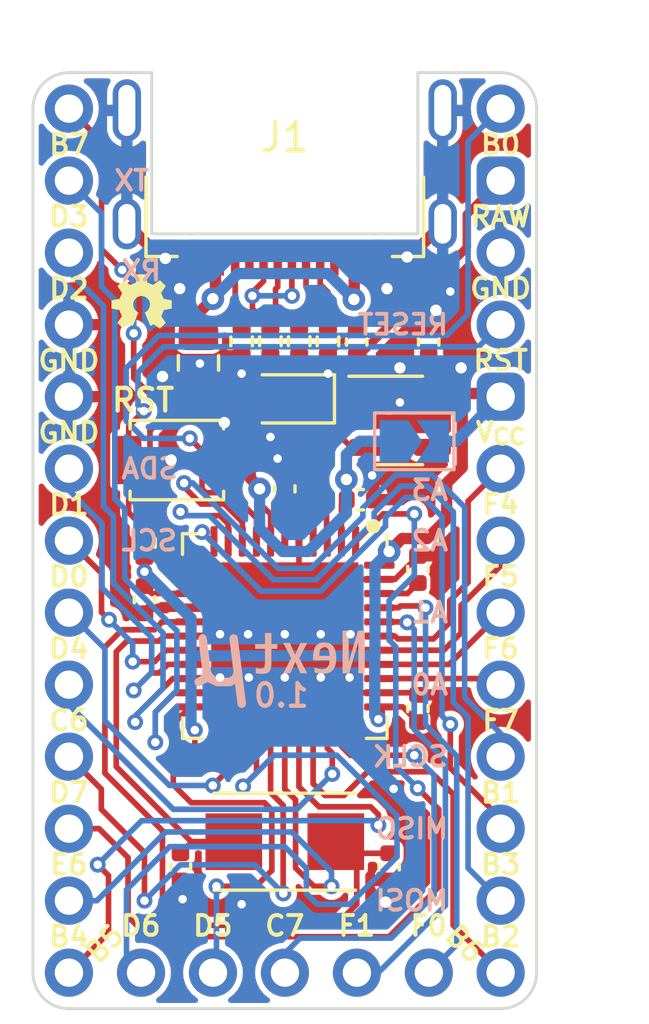
<source format=kicad_pcb>
(kicad_pcb (version 20211014) (generator pcbnew)
  (title_block (title "Next Micro") (rev "1.0") (comment 1 "MIT License (Open source hardware)"))
  (layers (0 "F.Cu" signal) (31 "B.Cu" signal) (34 "B.Paste" user) (35 "F.Paste" user) (36 "B.SilkS" user "B.Silkscreen") (37 "F.SilkS" user "F.Silkscreen") (38 "B.Mask" user) (39 "F.Mask" user) (44 "Edge.Cuts" user))
  (net 0 "")
  (net 1 "RAW")
  (net 2 "GND")
  (net 3 "VCC")
  (net 4 "+5V")
  (net 5 "Net-(C1-Pad2)")
  (net 6 "Net-(C2-Pad2)")
  (net 7 "Net-(C3-Pad2)")
  (net 8 "Net-(C4-Pad1)")
  (net 9 "VBUS")
  (net 10 "PB7")
  (net 11 "PD5")
  (net 12 "PC7")
  (net 13 "PF1")
  (net 14 "PF0")
  (net 15 "Net-(J1-PadA5)")
  (net 16 "Net-(J1-PadB5)")
  (net 17 "Net-(J1-PadA7)")
  (net 18 "USB_D-")
  (net 19 "Net-(J1-PadA6)")
  (net 20 "USB_D+")
  (net 21 "~{RESET}")
  (net 23 "PE6")
  (net 24 "PB0")
  (net 25 "PB1_SCLK")
  (net 26 "PB2_MOSI")
  (net 27 "PB3_MISO")
  (net 28 "PD0_SCL")
  (net 29 "PD1_SDA")
  (net 30 "PD2_RX")
  (net 31 "PD3_TX")
  (net 32 "PD4")
  (net 33 "PD6")
  (net 34 "PD7")
  (net 35 "PB4")
  (net 36 "PB5")
  (net 37 "PB6")
  (net 38 "PC6")
  (net 39 "PF7_A0")
  (net 40 "PF6_A1")
  (net 41 "PF5_A2")
  (net 42 "PF4_A3")
  (footprint "Capacitor_SMD:C_0402_1005Metric" (layer "F.Cu") (at 195.453 141.0482 90)
    (fp_text reference "C2" hide)
    (fp_text value "20pF")
  )
  (footprint "Capacitor_SMD:C_0402_1005Metric" (layer "F.Cu") (at 188.087 141.0482 90)
    (fp_text reference "C1" hide)
    (fp_text value "20pF")
  )
  (footprint "rp-micro:USB Type-C Mid-Mount Receptacle 16P" (layer "F.Cu") (at 191.77 115.316 180)
    (fp_text reference "J1")
    (fp_text value "USB_C_Receptacle_USB2.0")
  )
  (footprint "Button_Switch_SMD:SW_SPST_B3U-1000P" (layer "F.Cu") (at 187.96 126.6972 180)
    (fp_text reference "SW1" hide)
    (fp_text value "RESET")
  )
  (footprint "Capacitor_SMD:C_0402_1005Metric" (layer "F.Cu") (at 194.437 128.0942)
    (fp_text reference "C5" hide)
    (fp_text value "1uF")
  )
  (footprint "Resistor_SMD:R_0402_1005Metric" (layer "F.Cu") (at 191.262 122.5062 -90)
    (fp_text reference "R4" hide)
    (fp_text value "22")
  )
  (footprint "Package_TO_SOT_SMD:SOT-23-5" (layer "F.Cu") (at 195.834 125.3002)
    (fp_text reference "U2" hide)
    (fp_text value "RT9013-33GB")
  )
  (footprint "Package_DFN_QFN:QFN-44-1EP_7x7mm_P0.5mm_EP5.2x5.2mm" (layer "F.Cu") (at 191.77 132.9052 -90)
    (fp_text reference "U1" hide)
    (fp_text value "ATmega32U4-M")
  )
  (footprint "Crystal:Crystal_SMD_Qantek_QC5CB-2Pin_5x3.2mm" (layer "F.Cu") (at 191.77 140.1592 180)
    (fp_text reference "Y1" hide)
    (fp_text value "8MHz")
  )
  (footprint "Resistor_SMD:R_0402_1005Metric" (layer "F.Cu") (at 190.246 122.5082 -90)
    (fp_text reference "R2" hide)
    (fp_text value "5.1k")
  )
  (footprint "Capacitor_SMD:C_0402_1005Metric" (layer "F.Cu") (at 196.85 122.5342 90)
    (fp_text reference "C9" hide)
    (fp_text value "1uF")
  )
  (footprint "Fuse:Fuse_0805_2012Metric" (layer "F.Cu") (at 188.722 123.2682 -90)
    (fp_text reference "F1" hide)
    (fp_text value "500mA, 6V")
  )
  (footprint "Capacitor_SMD:C_0402_1005Metric" (layer "F.Cu") (at 196.469 130.556 -90)
    (fp_text reference "C3" hide)
    (fp_text value "100nF")
  )
  (footprint "Connector_PinHeader_2.54mm:PinHeader_1x05_P2.54mm_Vertical" (layer "F.Cu") (at 186.695 144.78 90)
    (fp_text reference "J3" hide)
    (fp_text value "Conn_01x05" hide)
  )
  (footprint "Resistor_SMD:R_0402_1005Metric" (layer "F.Cu") (at 192.278 122.5042 -90)
    (fp_text reference "R3" hide)
    (fp_text value "22")
  )
  (footprint "Resistor_SMD:R_0402_1005Metric" (layer "F.Cu") (at 193.294 122.5082 -90)
    (fp_text reference "R1" hide)
    (fp_text value "5.1k")
  )
  (footprint "Capacitor_SMD:C_0402_1005Metric" (layer "F.Cu") (at 186.817 131.6222 90)
    (fp_text reference "C7" hide)
    (fp_text value "100nF")
  )
  (footprint "Capacitor_SMD:C_0402_1005Metric" (layer "F.Cu") (at 191.77 127.7132 90)
    (fp_text reference "C4" hide)
    (fp_text value "1uF")
  )
  (footprint "Resistor_SMD:R_0402_1005Metric" (layer "F.Cu") (at 186.817 129.6182 90)
    (fp_text reference "R5" hide)
    (fp_text value "10k")
  )
  (footprint "Capacitor_SMD:C_0402_1005Metric" (layer "F.Cu") (at 194.31 122.5342 90)
    (fp_text reference "C8" hide)
    (fp_text value "1uF")
  )
  (footprint "Capacitor_SMD:C_0402_1005Metric" (layer "F.Cu") (at 196.469 135.4602 -90)
    (fp_text reference "C6" hide)
    (fp_text value "100nF")
  )
  (footprint "Diode_SMD:D_SOD-323" (layer "F.Cu") (at 192.024 124.5382 180)
    (fp_text reference "D1" hide)
    (fp_text value "B5817")
  )
  (footprint "Connector_PinHeader_2.54mm:PinHeader_1x13_P2.54mm_Vertical" (layer "B.Cu") (at 199.39 114.3 180)
    (fp_text reference "J4" hide)
    (fp_text value "Conn_01x13" hide)
  )
  (footprint "Jumper:SolderJumper-2_P1.3mm_Open_TrianglePad1.0x1.5mm" (layer "B.Cu") (at 196.342 126.0348)
    (fp_text reference "JP1" hide)
    (fp_text value "SolderJumper_2_Open")
  )
  (footprint "Connector_PinHeader_2.54mm:PinHeader_1x13_P2.54mm_Vertical" (layer "B.Cu") (at 184.15 114.3 180)
    (fp_text reference "J2" hide)
    (fp_text value "Conn_01x13" hide)
  )
  (footprint "kibuzzard-637F2329" (layer "B.Cu") (at 192.659 133.477 180)
    (fp_text reference "kibuzzard-637F2329" hide)
    (fp_text value "G***" hide)
  )
  (gr_circle (center 194.8942 129.032) (end 195.1482 129.032) (layer "F.SilkS") (width 0) (fill solid))
  (gr_poly (pts (xy 186.85031 120.144578) (xy 186.850914 120.144623) (xy 186.851516 120.144697) (xy 186.852113 120.144799) (xy 186.852706 120.144929) (xy 186.853293 120.145085) (xy 186.853873 120.145268) (xy 186.854446 120.145476) (xy 186.855011 120.145709) (xy 186.855566 120.145965) (xy 186.856111 120.146244) (xy 186.856645 120.146546) (xy 186.857167 120.14687) (xy 186.857677 120.147214) (xy 186.858172 120.147578) (xy 186.858653 120.147962) (xy 186.859118 120.148365) (xy 186.859567 120.148785) (xy 186.859999 120.149223) (xy 186.860412 120.149677) (xy 186.860807 120.150146) (xy 186.861181 120.150631) (xy 186.861534 120.15113) (xy 186.861866 120.151642) (xy 186.862175 120.152167) (xy 186.86246 120.152704) (xy 186.862721 120.153252) (xy 186.862956 120.153811) (xy 186.863165 120.154379) (xy 186.863347 120.154957) (xy 186.863501 120.155543) (xy 186.863626 120.156136) (xy 186.91387 120.426059) (xy 186.913997 120.426657) (xy 186.914151 120.427257) (xy 186.914538 120.428459) (xy 186.915022 120.429658) (xy 186.915599 120.430845) (xy 186.91626 120.432012) (xy 186.917 120.433152) (xy 186.917811 120.434257) (xy 186.918686 120.43532) (xy 186.91962 120.436331) (xy 186.920604 120.437284) (xy 186.921633 120.43817) (xy 186.9227 120.438982) (xy 186.923797 120.439712) (xy 186.924918 120.440352) (xy 186.925485 120.440635) (xy 186.926056 120.440894) (xy 186.92663 120.441126) (xy 186.927205 120.44133) (xy 187.108117 120.515387) (xy 187.109241 120.515882) (xy 187.110433 120.516295) (xy 187.111682 120.516628) (xy 187.112979 120.51688) (xy 187.114312 120.517053) (xy 187.115671 120.517148) (xy 187.117046 120.517164) (xy 187.118425 120.517104) (xy 187.1198 120.516967) (xy 187.121158 120.516754) (xy 187.122491 120.516466) (xy 187.123786 120.516104) (xy 187.125034 120.515668) (xy 187.126224 120.515159) (xy 187.127346 120.514579) (xy 187.128389 120.513927) (xy 187.353893 120.359177) (xy 187.354401 120.358846) (xy 187.354924 120.358541) (xy 187.355461 120.358262) (xy 187.356011 120.358008) (xy 187.356572 120.357779) (xy 187.357144 120.357576) (xy 187.357725 120.357398) (xy 187.358314 120.357245) (xy 187.35891 120.357118) (xy 187.359512 120.357015) (xy 187.360729 120.356883) (xy 187.361955 120.35685) (xy 187.363182 120.356915) (xy 187.364401 120.357076) (xy 187.365601 120.357333) (xy 187.366774 120.357686) (xy 187.367348 120.357897) (xy 187.367911 120.358132) (xy 187.368463 120.358391) (xy 187.369002 120.358672) (xy 187.369528 120.358977) (xy 187.370039 120.359305) (xy 187.370534 120.359655) (xy 187.371012 120.360029) (xy 187.371471 120.360425) (xy 187.371912 120.360844) (xy 187.561824 120.550757) (xy 187.562243 120.551197) (xy 187.562639 120.551657) (xy 187.563012 120.552135) (xy 187.563362 120.55263) (xy 187.563689 120.553141) (xy 187.563993 120.553667) (xy 187.564531 120.55476) (xy 187.564976 120.555898) (xy 187.565326 120.557072) (xy 187.565582 120.558274) (xy 187.565741 120.559494) (xy 187.565805 120.560722) (xy 187.565771 120.56195) (xy 187.565639 120.563168) (xy 187.565409 120.564368) (xy 187.56508 120.565539) (xy 187.564878 120.566111) (xy 187.564651 120.566672) (xy 187.564399 120.567222) (xy 187.564122 120.567759) (xy 187.563819 120.568283) (xy 187.563491 120.568791) (xy 187.41144 120.790406) (xy 187.410786 120.791453) (xy 187.410206 120.792577) (xy 187.4097 120.793766) (xy 187.409268 120.795012) (xy 187.408913 120.796302) (xy 187.408633 120.797628) (xy 187.40843 120.798979) (xy 187.408305 120.800345) (xy 187.408258 120.801716) (xy 187.408289 120.803081) (xy 187.4084 120.80443) (xy 187.408592 120.805753) (xy 187.408863 120.807041) (xy 187.409217 120.808281) (xy 187.409652 120.809465) (xy 187.41017 120.810583) (xy 187.490164 120.997209) (xy 187.490621 120.998355) (xy 187.491183 120.999491) (xy 187.491842 121.000609) (xy 187.492589 121.001703) (xy 187.493418 121.002766) (xy 187.494319 121.003792) (xy 187.495286 121.004774) (xy 187.49631 121.005704) (xy 187.497383 121.006577) (xy 187.498498 121.007385) (xy 187.499646 121.008121) (xy 187.50082 121.00878) (xy 187.502011 121.009353) (xy 187.503212 121.009835) (xy 187.504415 121.010218) (xy 187.505611 121.010497) (xy 187.76658 121.059026) (xy 187.767172 121.059154) (xy 187.767756 121.059311) (xy 187.768332 121.059495) (xy 187.7689 121.059706) (xy 187.769457 121.059943) (xy 187.770004 121.060206) (xy 187.77054 121.060493) (xy 187.771064 121.060803) (xy 187.772074 121.06149) (xy 187.773026 121.06226) (xy 187.773916 121.063106) (xy 187.774738 121.064021) (xy 187.775484 121.064998) (xy 187.776151 121.06603) (xy 187.77673 121.06711) (xy 187.776986 121.067666) (xy 187.777217 121.068231) (xy 187.777424 121.068804) (xy 187.777606 121.069385) (xy 187.777761 121.069973) (xy 187.77789 121.070566) (xy 187.777991 121.071165) (xy 187.778064 121.071767) (xy 187.778107 121.072373) (xy 187.778121 121.07298) (xy 187.778089 121.34157) (xy 187.778074 121.342176) (xy 187.778029 121.342781) (xy 187.777955 121.343383) (xy 187.777852 121.343981) (xy 187.777722 121.344574) (xy 187.777565 121.345162) (xy 187.777382 121.345743) (xy 187.777174 121.346317) (xy 187.776941 121.346883) (xy 187.776684 121.347439) (xy 187.776404 121.347985) (xy 187.776102 121.348521) (xy 187.775778 121.349044) (xy 187.775433 121.349554) (xy 187.775068 121.350051) (xy 187.774684 121.350533) (xy 187.774281 121.350999) (xy 187.773861 121.351449) (xy 187.773423 121.351882) (xy 187.772969 121.352296) (xy 187.772499 121.352691) (xy 187.772014 121.353066) (xy 187.771516 121.35342) (xy 187.771004 121.353752) (xy 187.770479 121.354061) (xy 187.769942 121.354346) (xy 187.769395 121.354607) (xy 187.768837 121.354842) (xy 187.768269 121.35505) (xy 187.767693 121.355231) (xy 187.767108 121.355384) (xy 187.766516 121.355508) (xy 187.511961 121.402879) (xy 187.511361 121.403002) (xy 187.510761 121.403152) (xy 187.51016 121.40333) (xy 187.50956 121.403533) (xy 187.508365 121.404015) (xy 187.507184 121.40459) (xy 187.506025 121.405252) (xy 187.504894 121.405994) (xy 187.5038 121.406809) (xy 187.502751 121.407689) (xy 187.501754 121.408628) (xy 187.500816 121.409619) (xy 187.499945 121.410655) (xy 187.499149 121.411728) (xy 187.498435 121.412833) (xy 187.497811 121.413961) (xy 187.497285 121.415106) (xy 187.49706 121.415683) (xy 187.496863 121.416261) (xy 187.417393 121.614778) (xy 187.416902 121.615907) (xy 187.416492 121.617103) (xy 187.416163 121.618355) (xy 187.415914 121.619654) (xy 187.415745 121.620987) (xy 187.415654 121.622346) (xy 187.415641 121.62372) (xy 187.415705 121.625099) (xy 187.415844 121.626472) (xy 187.41606 121.627828) (xy 187.416349 121.629159) (xy 187.416712 121.630452) (xy 187.417148 121.631698) (xy 187.417657 121.632887) (xy 187.418236 121.634008) (xy 187.418885 121.635051) (xy 187.563491 121.84576) (xy 187.563822 121.846268) (xy 187.564127 121.846791) (xy 187.564406 121.847328) (xy 187.56466 121.847878) (xy 187.564889 121.84844) (xy 187.565092 121.849013) (xy 187.56527 121.849595) (xy 187.565423 121.850185) (xy 187.56555 121.850782) (xy 187.565653 121.851385) (xy 187.565785 121.852605) (xy 187.565818 121.853834) (xy 187.565753 121.855064) (xy 187.565592 121.856285) (xy 187.565334 121.857489) (xy 187.564982 121.858664) (xy 187.564771 121.859239) (xy 187.564536 121.859804) (xy 187.564277 121.860357) (xy 187.563996 121.860897) (xy 187.563691 121.861424) (xy 187.563363 121.861935) (xy 187.563013 121.862431) (xy 187.562639 121.862909) (xy 187.562243 121.863369) (xy 187.561824 121.863809) (xy 187.37188 122.053722) (xy 187.371442 122.054138) (xy 187.370985 122.054532) (xy 187.370509 122.054903) (xy 187.370016 122.055251) (xy 187.369507 122.055577) (xy 187.368982 122.055879) (xy 187.367892 122.056416) (xy 187.366756 122.05686) (xy 187.365583 122.05721) (xy 187.364382 122.057466) (xy 187.363162 122.057627) (xy 187.361934 122.057692) (xy 187.360705 122.05766) (xy 187.359486 122.057531) (xy 187.358286 122.057303) (xy 187.357115 122.056975) (xy 187.356542 122.056774) (xy 187.35598 122.056548) (xy 187.35543 122.056296) (xy 187.354893 122.056019) (xy 187.35437 122.055717) (xy 187.353862 122.055389) (xy 187.146867 121.913324) (xy 187.145827 121.912676) (xy 187.144712 121.912108) (xy 187.143534 121.91162) (xy 187.142302 121.911212) (xy 187.141027 121.910885) (xy 187.139718 121.910638) (xy 187.138386 121.910472) (xy 187.137041 121.910387) (xy 187.135693 121.910383) (xy 187.134352 121.91046) (xy 187.133028 121.910619) (xy 187.131732 121.910859) (xy 187.130473 121.911181) (xy 187.129262 121.911586) (xy 187.128109 121.912072) (xy 187.127024 121.912641) (xy 187.035742 121.961377) (xy 187.035197 121.961637) (xy 187.034646 121.961865) (xy 187.034092 121.962062) (xy 187.033536 121.962229) (xy 187.032977 121.962365) (xy 187.032418 121.962471) (xy 187.03186 121.962547) (xy 187.031302 121.962595) (xy 187.030747 121.962613) (xy 187.030194 121.962603) (xy 187.029646 121.962564) (xy 187.029102 121.962498) (xy 187.028565 121.962404) (xy 187.028034 121.962283) (xy 187.027511 121.962135) (xy 187.026997 121.961961) (xy 187.026493 121.96176) (xy 187.025999 121.961534) (xy 187.025517 121.961282) (xy 187.025048 121.961005) (xy 187.024592 121.960704) (xy 187.02415 121.960378) (xy 187.023724 121.960028) (xy 187.023314 121.959654) (xy 187.022922 121.959257) (xy 187.022548 121.958837) (xy 187.022193 121.958394) (xy 187.021858 121.957929) (xy 187.021545 121.957442) (xy 187.021253 121.956933) (xy 187.020985 121.956404) (xy 187.020741 121.955853) (xy 186.832542 121.501066) (xy 186.832325 121.5005) (xy 186.832136 121.499926) (xy 186.831976 121.499344) (xy 186.831843 121.498756) (xy 186.831739 121.498162) (xy 186.831662 121.497564) (xy 186.831612 121.496963) (xy 186.831588 121.49636) (xy 186.831591 121.495756) (xy 186.83162 121.495152) (xy 186.831674 121.494548) (xy 186.831754 121.493948) (xy 186.831858 121.49335) (xy 186.831987 121.492757) (xy 186.83214 121.492169) (xy 186.832316 121.491588) (xy 186.832516 121.491015) (xy 186.832739 121.49045) (xy 186.832984 121.489895) (xy 186.833252 121.489351) (xy 186.833542 121.488819) (xy 186.833853 121.4883) (xy 186.834185 121.487795) (xy 186.834538 121.487305) (xy 186.834912 121.486832) (xy 186.835305 121.486375) (xy 186.835718 121.485938) (xy 186.836151 121.48552) (xy 186.836602 121.485122) (xy 186.837072 121.484746) (xy 186.837561 121.484393) (xy 186.838067 121.484064) (xy 186.860911 121.470078) (xy 186.862555 121.469031) (xy 186.864311 121.467836) (xy 186.866144 121.466518) (xy 186.868023 121.465105) (xy 186.869913 121.463622) (xy 186.871783 121.462095) (xy 186.873598 121.46055) (xy 186.875325 121.459013) (xy 186.890448 121.448662) (xy 186.90488 121.437423) (xy 186.918583 121.425336) (xy 186.931517 121.41244) (xy 186.943642 121.398773) (xy 186.95492 121.384375) (xy 186.96531 121.369286) (xy 186.974774 121.353543) (xy 186.983273 121.337188) (xy 186.990766 121.320257) (xy 186.997214 121.302792) (xy 187.002578 121.284831) (xy 187.006819 121.266412) (xy 187.009897 121.247576) (xy 187.011772 121.228361) (xy 187.012406 121.208807) (xy 187.01202 121.193521) (xy 187.010873 121.178436) (xy 187.008984 121.163571) (xy 187.006372 121.148943) (xy 187.003055 121.134572) (xy 186.999052 121.120476) (xy 186.994383 121.106675) (xy 186.989064 121.093186) (xy 186.983116 121.080028) (xy 186.976556 121.06722) (xy 186.969404 121.054781) (xy 186.961679 121.042729) (xy 186.953397 121.031084) (xy 186.94458 121.019863) (xy 186.935244 121.009085) (xy 186.925409 120.998769) (xy 186.915094 120.988934) (xy 186.904316 120.979598) (xy 186.893096 120.97078) (xy 186.881451 120.962498) (xy 186.869399 120.954772) (xy 186.856961 120.94762) (xy 186.844154 120.941061) (xy 186.830997 120.935112) (xy 186.817509 120.929794) (xy 186.803708 120.925124) (xy 186.789614 120.921121) (xy 186.775244 120.917805) (xy 186.760617 120.915192) (xy 186.745753 120.913304) (xy 186.730669 120.912156) (xy 186.715385 120.91177) (xy 186.700101 120.912156) (xy 186.685017 120.913304) (xy 186.670152 120.915192) (xy 186.655525 120.917805) (xy 186.641155 120.921121) (xy 186.62706 120.925124) (xy 186.613259 120.929794) (xy 186.59977 120.935112) (xy 186.586613 120.941061) (xy 186.573805 120.94762) (xy 186.561366 120.954772) (xy 186.549314 120.962498) (xy 186.537668 120.97078) (xy 186.526447 120.979598) (xy 186.515669 120.988934) (xy 186.505353 120.998769) (xy 186.495517 121.009085) (xy 186.486181 121.019863) (xy 186.477362 121.031084) (xy 186.46908 121.042729) (xy 186.461354 121.054781) (xy 186.454201 121.06722) (xy 186.447641 121.080028) (xy 186.441692 121.093186) (xy 186.436373 121.106675) (xy 186.431703 121.120476) (xy 186.4277 121.134572) (xy 186.424383 121.148943) (xy 186.421771 121.163571) (xy 186.419881 121.178436) (xy 186.418734 121.193521) (xy 186.418348 121.208807) (xy 186.418507 121.218624) (xy 186.418982 121.228361) (xy 186.419767 121.238013) (xy 186.420858 121.247576) (xy 186.422249 121.257044) (xy 186.423937 121.266412) (xy 186.425914 121.275676) (xy 186.428178 121.284831) (xy 186.430723 121.293871) (xy 186.433543 121.302792) (xy 186.436635 121.311589) (xy 186.439992 121.320257) (xy 186.443611 121.328792) (xy 186.447486 121.337188) (xy 186.455985 121.353543) (xy 186.46545 121.369286) (xy 186.475841 121.384375) (xy 186.487119 121.398773) (xy 186.499244 121.41244) (xy 186.512177 121.425336) (xy 186.525878 121.437423) (xy 186.540309 121.448662) (xy 186.555428 121.459013) (xy 186.557166 121.46055) (xy 186.558987 121.462095) (xy 186.56086 121.463622) (xy 186.562753 121.465105) (xy 186.564633 121.466518) (xy 186.566468 121.467835) (xy 186.568226 121.469031) (xy 186.569875 121.470078) (xy 186.592719 121.484064) (xy 186.593228 121.484393) (xy 186.593719 121.484746) (xy 186.594191 121.485122) (xy 186.594645 121.48552) (xy 186.595079 121.485938) (xy 186.595494 121.486375) (xy 186.596263 121.487305) (xy 186.59695 121.4883) (xy 186.597552 121.489351) (xy 186.598065 121.49045) (xy 186.598487 121.491588) (xy 186.598816 121.492757) (xy 186.599047 121.493948) (xy 186.599179 121.495152) (xy 186.599209 121.49636) (xy 186.599132 121.497564) (xy 186.599054 121.498162) (xy 186.598948 121.498756) (xy 186.598815 121.499344) (xy 186.598653 121.499926) (xy 186.598463 121.5005) (xy 186.598243 121.501066) (xy 186.41003 121.955837) (xy 186.409785 121.956388) (xy 186.409516 121.956918) (xy 186.409225 121.957427) (xy 186.408911 121.957914) (xy 186.408576 121.958379) (xy 186.408221 121.958822) (xy 186.407846 121.959243) (xy 186.407453 121.95964) (xy 186.407043 121.960015) (xy 186.406617 121.960365) (xy 186.406175 121.960692) (xy 186.405718 121.960994) (xy 186.405248 121.961271) (xy 186.404766 121.961523) (xy 186.404272 121.96175) (xy 186.403767 121.961951) (xy 186.403252 121.962126) (xy 186.402729 121.962274) (xy 186.402198 121.962395) (xy 186.401661 121.962489) (xy 186.401117 121.962556) (xy 186.400569 121.962594) (xy 186.400016 121.962604) (xy 186.399461 121.962586) (xy 186.398904 121.962538) (xy 186.398346 121.962461) (xy 186.397787 121.962354) (xy 186.39723 121.962217) (xy 186.396674 121.96205) (xy 186.396121 121.961852) (xy 186.395572 121.961622) (xy 186.395028 121.961362) (xy 186.303746 121.912625) (xy 186.302664 121.912057) (xy 186.301513 121.91157) (xy 186.300303 121.911167) (xy 186.299045 121.910846) (xy 186.297749 121.910606) (xy 186.296425 121.910448) (xy 186.295084 121.910372) (xy 186.293735 121.910377) (xy 186.292389 121.910463) (xy 186.291056 121.910629) (xy 186.289746 121.910876) (xy 186.28847 121.911203) (xy 186.287237 121.91161) (xy 186.286058 121.912097) (xy 186.284943 121.912663) (xy 186.283903 121.913308) (xy 186.076924 122.055373) (xy 186.076415 122.055701) (xy 186.07589 122.056004) (xy 186.075352 122.056281) (xy 186.074801 122.056532) (xy 186.074238 122.056759) (xy 186.073665 122.05696) (xy 186.073083 122.057136) (xy 186.072492 122.057287) (xy 186.071895 122.057414) (xy 186.071292 122.057515) (xy 186.070073 122.057645) (xy 186.068844 122.057677) (xy 186.067616 122.057612) (xy 186.066396 122.057451) (xy 186.065195 122.057194) (xy 186.064021 122.056844) (xy 186.063448 122.056634) (xy 186.062885 122.0564) (xy 186.062333 122.056143) (xy 186.061794 122.055864) (xy 186.061269 122.055561) (xy 186.060758 122.055235) (xy 186.060264 122.054887) (xy 186.059788 122.054516) (xy 186.059329 122.054122) (xy 186.05889 122.053706) (xy 185.868946 121.863794) (xy 185.868529 121.863353) (xy 185.868134 121.862894) (xy 185.867761 121.862415) (xy 185.867412 121.86192) (xy 185.867085 121.861408) (xy 185.866781 121.860881) (xy 185.866243 121.859788) (xy 185.865798 121.858649) (xy 185.865447 121.857473) (xy 185.86519 121.85627) (xy 185.865029 121.855049) (xy 185.864964 121.853819) (xy 185.864996 121.852589) (xy 185.865127 121.85137) (xy 185.865356 121.850169) (xy 185.865685 121.848997) (xy 185.865887 121.848425) (xy 185.866115 121.847863) (xy 185.866368 121.847312) (xy 185.866646 121.846775) (xy 185.86695 121.846252) (xy 185.867279 121.845744) (xy 186.011869 121.635035) (xy 186.012524 121.633992) (xy 186.013107 121.632871) (xy 186.013619 121.631683) (xy 186.014058 121.630436) (xy 186.014423 121.629143) (xy 186.014714 121.627813) (xy 186.014929 121.626456) (xy 186.015069 121.625083) (xy 186.015133 121.623705) (xy 186.015119 121.622331) (xy 186.015028 121.620972) (xy 186.014858 121.619638) (xy 186.014608 121.61834) (xy 186.014279 121.617088) (xy 186.013868 121.615892) (xy 186.013377 121.614763) (xy 185.933906 121.416246) (xy 185.933711 121.415667) (xy 185.933487 121.41509) (xy 185.932962 121.413945) (xy 185.932338 121.412817) (xy 185.931623 121.411712) (xy 185.930825 121.410639) (xy 185.929952 121.409603) (xy 185.929011 121.408612) (xy 185.928011 121.407673) (xy 185.926959 121.406793) (xy 185.925862 121.405978) (xy 185.924729 121.405237) (xy 185.923568 121.404575) (xy 185.922386 121.403999) (xy 185.921191 121.403518) (xy 185.919991 121.403137) (xy 185.919391 121.402986) (xy 185.918793 121.402863) (xy 185.664238 121.355492) (xy 185.663645 121.355369) (xy 185.663059 121.355216) (xy 185.662481 121.355035) (xy 185.661913 121.354826) (xy 185.661354 121.354591) (xy 185.660806 121.35433) (xy 185.660269 121.354045) (xy 185.659744 121.353736) (xy 185.659232 121.353404) (xy 185.658733 121.35305) (xy 185.657779 121.35228) (xy 185.656887 121.351434) (xy 185.656064 121.350517) (xy 185.655316 121.349538) (xy 185.654648 121.348505) (xy 185.654067 121.347423) (xy 185.653578 121.346301) (xy 185.65337 121.345727) (xy 185.653187 121.345146) (xy 185.653031 121.344558) (xy 185.652901 121.343965) (xy 185.652799 121.343367) (xy 185.652725 121.342765) (xy 185.65268 121.34216) (xy 185.652665 121.341554) (xy 185.652649 121.072965) (xy 185.652664 121.072358) (xy 185.652709 121.071754) (xy 185.652783 121.071153) (xy 185.652885 121.070556) (xy 185.653014 121.069963) (xy 185.65317 121.069377) (xy 185.653352 121.068797) (xy 185.65356 121.068224) (xy 185.653792 121.06766) (xy 185.654048 121.067105) (xy 185.654327 121.06656) (xy 185.654628 121.066026) (xy 185.654951 121.065504) (xy 185.655295 121.064995) (xy 185.655659 121.0645) (xy 185.656042 121.064019) (xy 185.656445 121.063554) (xy 185.656865 121.063105) (xy 185.657302 121.062673) (xy 185.657756 121.062259) (xy 185.658225 121.061864) (xy 185.65871 121.061489) (xy 185.659209 121.061135) (xy 185.659721 121.060802) (xy 185.660247 121.060492) (xy 185.660784 121.060206) (xy 185.661333 121.059943) (xy 185.661892 121.059706) (xy 185.662462 121.059495) (xy 185.66304 121.059311) (xy 185.663627 121.059154) (xy 185.664222 121.059026) (xy 185.925175 121.010497) (xy 185.925775 121.010371) (xy 185.926377 121.010218) (xy 185.927584 121.009835) (xy 185.928788 121.009353) (xy 185.929982 121.00878) (xy 185.931157 121.008121) (xy 185.932306 121.007385) (xy 185.933421 121.006577) (xy 185.934494 121.005704) (xy 185.935517 121.004774) (xy 185.936482 121.003792) (xy 185.937382 121.002766) (xy 185.938208 121.001703) (xy 185.938953 121.000609) (xy 185.939609 120.999491) (xy 185.940168 120.998355) (xy 185.940408 120.997783) (xy 185.940622 120.997209) (xy 186.020632 120.810583) (xy 186.021147 120.809465) (xy 186.02158 120.808281) (xy 186.021931 120.807041) (xy 186.022201 120.805753) (xy 186.022392 120.80443) (xy 186.022502 120.803081) (xy 186.022534 120.801716) (xy 186.022487 120.800345) (xy 186.022363 120.798979) (xy 186.022162 120.797628) (xy 186.021884 120.796302) (xy 186.021531 120.795012) (xy 186.021103 120.793766) (xy 186.020601 120.792577) (xy 186.020026 120.791453) (xy 186.019377 120.790406) (xy 185.867311 120.568791) (xy 185.86698 120.568283) (xy 185.866675 120.567759) (xy 185.866396 120.567222) (xy 185.866142 120.566672) (xy 185.865914 120.566111) (xy 185.865711 120.565539) (xy 185.865534 120.564957) (xy 185.865381 120.564368) (xy 185.865254 120.563771) (xy 185.865152 120.563168) (xy 185.865021 120.56195) (xy 185.864989 120.560722) (xy 185.865055 120.559494) (xy 185.865217 120.558274) (xy 185.865474 120.557072) (xy 185.865827 120.555898) (xy 185.866038 120.555324) (xy 185.866273 120.55476) (xy 185.866531 120.554207) (xy 185.866812 120.553667) (xy 185.867116 120.553141) (xy 185.867443 120.55263) (xy 185.867793 120.552135) (xy 185.868165 120.551657) (xy 185.86856 120.551197) (xy 185.868978 120.550757) (xy 186.058906 120.360844) (xy 186.059345 120.360425) (xy 186.059804 120.360029) (xy 186.06028 120.359655) (xy 186.060774 120.359305) (xy 186.061285 120.358977) (xy 186.06181 120.358672) (xy 186.062901 120.358132) (xy 186.064037 120.357686) (xy 186.065211 120.357334) (xy 186.066412 120.357076) (xy 186.067632 120.356915) (xy 186.06886 120.35685) (xy 186.070089 120.356883) (xy 186.071308 120.357015) (xy 186.072508 120.357245) (xy 186.073681 120.357576) (xy 186.074254 120.357779) (xy 186.074817 120.358008) (xy 186.075368 120.358262) (xy 186.075906 120.358541) (xy 186.076431 120.358846) (xy 186.07694 120.359177) (xy 186.302429 120.513927) (xy 186.303469 120.514579) (xy 186.304588 120.515159) (xy 186.305777 120.515668) (xy 186.307023 120.516104) (xy 186.308317 120.516466) (xy 186.309648 120.516754) (xy 186.311006 120.516967) (xy 186.31238 120.517104) (xy 186.31376 120.517164) (xy 186.315136 120.517148) (xy 186.316496 120.517053) (xy 186.31783 120.51688) (xy 186.319128 120.516628) (xy 186.32038 120.516295) (xy 186.321574 120.515882) (xy 186.322701 120.515387) (xy 186.503629 120.44133) (xy 186.50478 120.440894) (xy 186.50592 120.440352) (xy 186.507043 120.439712) (xy 186.508141 120.438982) (xy 186.509208 120.43817) (xy 186.510236 120.437284) (xy 186.511221 120.436331) (xy 186.512153 120.43532) (xy 186.513028 120.434257) (xy 186.513838 120.433152) (xy 186.514577 120.432012) (xy 186.515237 120.430845) (xy 186.515813 120.429658) (xy 186.516297 120.428459) (xy 186.516683 120.427257) (xy 186.516963 120.426059) (xy 186.567192 120.156136) (xy 186.567317 120.155543) (xy 186.567471 120.154957) (xy 186.567653 120.154379) (xy 186.567862 120.153811) (xy 186.568097 120.153252) (xy 186.568358 120.152704) (xy 186.568643 120.152167) (xy 186.568952 120.151642) (xy 186.569283 120.15113) (xy 186.569637 120.150631) (xy 186.570405 120.149677) (xy 186.571249 120.148785) (xy 186.572163 120.147962) (xy 186.573138 120.147214) (xy 186.574169 120.146546) (xy 186.575247 120.145965) (xy 186.575801 120.145709) (xy 186.576365 120.145476) (xy 186.576937 120.145268) (xy 186.577517 120.145085) (xy 186.578102 120.144929) (xy 186.578694 120.144799) (xy 186.57929 120.144697) (xy 186.57989 120.144623) (xy 186.580493 120.144578) (xy 186.581098 120.144563) (xy 186.849703 120.144563)) (layer "F.SilkS") (width 0) (fill solid))
  (gr_line locked (start 187.071 113.03) (end 184.15 113.03) (layer "Edge.Cuts") (width 0.1))
  (gr_line locked (start 187.071 118.7196) (end 187.071 113.03) (layer "Edge.Cuts") (width 0.1))
  (gr_line locked (start 182.88 114.3) (end 182.880001 144.779999) (layer "Edge.Cuts") (width 0.1))
  (gr_line locked (start 200.659999 144.779999) (end 200.659999 114.300001) (layer "Edge.Cuts") (width 0.1))
  (gr_arc locked (start 199.389999 113.030001) (mid 200.288025 113.401975) (end 200.659999 114.300001) (layer "Edge.Cuts") (width 0.1))
  (gr_arc locked (start 184.150001 146.049999) (mid 183.251975 145.678025) (end 182.880001 144.779999) (layer "Edge.Cuts") (width 0.1))
  (gr_line locked (start 196.469 118.7196) (end 187.071 118.7196) (layer "Edge.Cuts") (width 0.1))
  (gr_line locked (start 184.150001 146.049999) (end 199.389999 146.049999) (layer "Edge.Cuts") (width 0.1))
  (gr_line locked (start 196.469 113.03) (end 196.469 118.7196) (layer "Edge.Cuts") (width 0.1))
  (gr_line locked (start 199.389999 113.030001) (end 196.469 113.03) (layer "Edge.Cuts") (width 0.1))
  (gr_arc locked (start 200.659999 144.779999) (mid 200.288025 145.678025) (end 199.389999 146.049999) (layer "Edge.Cuts") (width 0.1))
  (gr_arc locked (start 182.88 114.3) (mid 183.251974 113.401974) (end 184.15 113.03) (layer "Edge.Cuts") (width 0.1))
  (gr_text "1.0" (at 191.643 135.001) (layer "B.SilkS") (effects (font (size 0.8 0.8)) (justify mirror)))
  (gr_text "RX" (at 185.928 120.015) (layer "B.SilkS") (effects (font (size 0.7 0.7) (thickness 0.14)) (justify right mirror)))
  (gr_text "TX" (at 185.674 116.84) (layer "B.SilkS") (effects (font (size 0.7 0.7) (thickness 0.14)) (justify right mirror)))
  (gr_text "MOSI" (at 197.612 142.24) (layer "B.SilkS") (effects (font (size 0.7 0.7) (thickness 0.14)) (justify left mirror)))
  (gr_text "SCL" (at 185.928 129.54) (layer "B.SilkS") (effects (font (size 0.7 0.7) (thickness 0.14)) (justify right mirror)))
  (gr_text "SDA" (at 185.928 127) (layer "B.SilkS") (effects (font (size 0.7 0.7) (thickness 0.14)) (justify right mirror)))
  (gr_text "A3" (at 197.612 127.762) (layer "B.SilkS") (effects (font (size 0.7 0.7) (thickness 0.14)) (justify left mirror)))
  (gr_text "RESET" (at 197.612 121.92) (layer "B.SilkS") (effects (font (size 0.7 0.7) (thickness 0.14)) (justify left mirror)))
  (gr_text "μ" (at 189.484 133.477) (layer "B.SilkS") (effects (font (size 2.3 2.3) (thickness 0.3) italic) (justify mirror)))
  (gr_text "A2" (at 197.612 129.54) (layer "B.SilkS") (effects (font (size 0.7 0.7) (thickness 0.14)) (justify left mirror)))
  (gr_text "A0" (at 197.612 134.62) (layer "B.SilkS") (effects (font (size 0.7 0.7) (thickness 0.14)) (justify left mirror)))
  (gr_text "SCLK" (at 197.612 137.16) (layer "B.SilkS") (effects (font (size 0.7 0.7) (thickness 0.14)) (justify left mirror)))
  (gr_text "A1" (at 197.612 132.08) (layer "B.SilkS") (effects (font (size 0.7 0.7) (thickness 0.14)) (justify left mirror)))
  (gr_text "MISO" (at 197.612 139.7) (layer "B.SilkS") (effects (font (size 0.7 0.7) (thickness 0.14)) (justify left mirror)))
  (gr_text "E6" (at 184.15 140.97) (layer "F.SilkS") (effects (font (size 0.7 0.7) (thickness 0.14))))
  (gr_text "C6" (at 184.15 135.89) (layer "F.SilkS") (effects (font (size 0.7 0.7) (thickness 0.14))))
  (gr_text "D5" (at 189.23 143.129) (layer "F.SilkS") (effects (font (size 0.7 0.7) (thickness 0.14))))
  (gr_text "B4" (at 184.15 143.51) (layer "F.SilkS") (effects (font (size 0.7 0.7) (thickness 0.14))))
  (gr_text "D2" (at 184.15 120.65) (layer "F.SilkS") (effects (font (size 0.7 0.7) (thickness 0.14))))
  (gr_text "F5" (at 199.39 130.81) (layer "F.SilkS") (effects (font (size 0.7 0.7) (thickness 0.14))))
  (gr_text "D4" (at 184.15 133.35) (layer "F.SilkS") (effects (font (size 0.7 0.7) (thickness 0.14))))
  (gr_text "F6" (at 199.39 133.35) (layer "F.SilkS") (effects (font (size 0.7 0.7) (thickness 0.14))))
  (gr_text "B1" (at 199.39 138.43) (layer "F.SilkS") (effects (font (size 0.7 0.7) (thickness 0.14))))
  (gr_text "C7" (at 191.77 143.129) (layer "F.SilkS") (effects (font (size 0.7 0.7) (thickness 0.14))))
  (gr_text "B0" (at 199.39 115.57) (layer "F.SilkS") (effects (font (size 0.7 0.7) (thickness 0.14))))
  (gr_text "GND" (at 199.39 120.65) (layer "F.SilkS") (effects (font (size 0.7 0.7) (thickness 0.14))))
  (gr_text "D0" (at 184.15 130.81) (layer "F.SilkS") (effects (font (size 0.7 0.7) (thickness 0.14))))
  (gr_text "B7" (at 184.15 115.57) (layer "F.SilkS") (effects (font (size 0.7 0.7) (thickness 0.14))))
  (gr_text "B3" (at 199.39 140.97) (layer "F.SilkS") (effects (font (size 0.7 0.7) (thickness 0.14))))
  (gr_text "F7" (at 199.39 135.89) (layer "F.SilkS") (effects (font (size 0.7 0.7) (thickness 0.14))))
  (gr_text "B2" (at 199.39 143.51) (layer "F.SilkS") (effects (font (size 0.7 0.7) (thickness 0.14))))
  (gr_text "D6" (at 186.69 143.129) (layer "F.SilkS") (effects (font (size 0.7 0.7) (thickness 0.14))))
  (gr_text "D7" (at 184.15 138.43) (layer "F.SilkS") (effects (font (size 0.7 0.7) (thickness 0.14))))
  (gr_text "RST" (at 199.39 123.19) (layer "F.SilkS") (effects (font (size 0.7 0.7) (thickness 0.14))))
  (gr_text "B6" (at 198.12 143.764 -45) (layer "F.SilkS") (effects (font (size 0.7 0.7) (thickness 0.14))))
  (gr_text "F1" (at 194.31 143.129) (layer "F.SilkS") (effects (font (size 0.7 0.7) (thickness 0.14))))
  (gr_text "D1" (at 184.15 128.27) (layer "F.SilkS") (effects (font (size 0.7 0.7) (thickness 0.14))))
  (gr_text "V_{CC}" (at 199.39 125.73) (layer "F.SilkS") (effects (font (size 0.7 0.7) (thickness 0.14))))
  (gr_text "D3" (at 184.15 118.11) (layer "F.SilkS") (effects (font (size 0.7 0.7) (thickness 0.14))))
  (gr_text "RAW" (at 199.39 118.11) (layer "F.SilkS") (effects (font (size 0.7 0.7) (thickness 0.14))))
  (gr_text "GND" (at 184.15 123.19) (layer "F.SilkS") (effects (font (size 0.7 0.7) (thickness 0.14))))
  (gr_text "F0" (at 196.85 143.129) (layer "F.SilkS") (effects (font (size 0.7 0.7) (thickness 0.14))))
  (gr_text "B5" (at 185.42 143.764 45) (layer "F.SilkS") (effects (font (size 0.7 0.7) (thickness 0.14))))
  (gr_text "F4" (at 199.39 128.27) (layer "F.SilkS") (effects (font (size 0.7 0.7) (thickness 0.14))))
  (gr_text "GND" (at 184.15 125.73) (layer "F.SilkS") (effects (font (size 0.7 0.7) (thickness 0.14))))
  (segment (start 193.863 124.3502) (end 194.6965 124.3502) (width 0.4) (layer "F.Cu") (net 1))
  (segment (start 194.427556 122.970844) (end 194.427556 123.0142) (width 0.3) (layer "F.Cu") (net 1))
  (segment (start 194.6965 124.3502) (end 194.6965 123.283144) (width 0.4) (layer "F.Cu") (net 1))
  (segment (start 199.39 116.84) (end 198.195 118.035) (width 0.3) (layer "F.Cu") (net 1))
  (segment (start 198.195 118.035) (end 198.195 119.2034) (width 0.3) (layer "F.Cu") (net 1))
  (segment (start 194.6965 126.2502) (end 194.119 126.2502) (width 0.2) (layer "F.Cu") (net 1))
  (segment (start 194.119 126.2502) (end 193.675 125.8062) (width 0.2) (layer "F.Cu") (net 1))
  (segment (start 193.074 124.5382) (end 193.675 124.5382) (width 0.4) (layer "F.Cu") (net 1))
  (segment (start 198.195 119.2034) (end 194.427556 122.970844) (width 0.3) (layer "F.Cu") (net 1))
  (segment (start 193.675 125.8062) (end 193.675 124.5382) (width 0.2) (layer "F.Cu") (net 1))
  (segment (start 193.675 124.5382) (end 193.863 124.3502) (width 0.4) (layer "F.Cu") (net 1))
  (segment (start 194.427556 123.0142) (end 194.31 123.0142) (width 0.2) (layer "F.Cu") (net 1))
  (segment (start 194.6965 123.283144) (end 194.427556 123.0142) (width 0.4) (layer "F.Cu") (net 1))
  (segment (start 193.7068 130.9052) (end 195.1075 130.9052) (width 0.2) (layer "F.Cu") (net 2))
  (segment (start 195.3768 120.9874) (end 194.31 122.0542) (width 0.2) (layer "F.Cu") (net 2))
  (segment (start 193.8332 134.9052) (end 195.1075 134.9052) (width 0.2) (layer "F.Cu") (net 2))
  (segment (start 185.8772 131.3688) (end 185.8772 130.7592) (width 0.35) (layer "F.Cu") (net 2))
  (segment (start 185.8772 130.7592) (end 185.8772 129.1844) (width 0.35) (layer "F.Cu") (net 2))
  (segment (start 194.258 122.0542) (end 193.294 123.0182) (width 0.2) (layer "F.Cu") (net 2))
  (segment (start 186.6106 132.1022) (end 185.9788 131.4704) (width 0.35) (layer "F.Cu") (net 2))
  (segment (start 191.77 132.9052) (end 194.27 135.4052) (width 0.2) (layer "F.Cu") (net 2))
  (segment (start 195.1075 134.9052) (end 196.394 134.9052) (width 0.2) (layer "F.Cu") (net 2))
  (segment (start 186.7884 132.1308) (end 186.817 132.1022) (width 0.2) (layer "F.Cu") (net 2))
  (segment (start 192.31 127.899941) (end 191.77 127.359941) (width 0.2) (layer "F.Cu") (net 2))
  (segment (start 188.4325 131.9052) (end 186.9664 131.9052) (width 0.3) (layer "F.Cu") (net 2))
  (segment (start 191.77 132.842) (end 191.77 132.9052) (width 0.2) (layer "F.Cu") (net 2))
  (segment (start 196.202 119.507) (end 197.345 118.364) (width 0.4) (layer "F.Cu") (net 2))
  (segment (start 185.9788 131.4704) (end 185.8772 131.3688) (width 0.35) (layer "F.Cu") (net 2))
  (segment (start 191.77 127.359941) (end 191.77 127.2332) (width 0.2) (layer "F.Cu") (net 2))
  (segment (start 196.394 134.9052) (end 196.469 134.9802) (width 0.2) (layer "F.Cu") (net 2))
  (segment (start 191.77 132.842) (end 193.8332 134.9052) (width 0.2) (layer "F.Cu") (net 2))
  (segment (start 192.27 129.5677) (end 192.27 128.526459) (width 0.2) (layer "F.Cu") (net 2))
  (segment (start 195.3768 120.65) (end 195.3768 120.9874) (width 0.2) (layer "F.Cu") (net 2))
  (segment (start 188.2978 119.5832) (end 188.52 119.361) (width 0.2) (layer "F.Cu") (net 2))
  (segment (start 184.15 125.3236) (end 184.15 124.46) (width 0.2) (layer "F.Cu") (net 2))
  (segment (start 185.3692 126.5428) (end 184.15 125.3236) (width 0.2) (layer "F.Cu") (net 2))
  (segment (start 192.31 128.486459) (end 192.31 127.899941) (width 0.2) (layer "F.Cu") (net 2))
  (segment (start 192.27 132.342) (end 192.27 129.5677) (width 0.2) (layer "F.Cu") (net 2))
  (segment (start 191.77 132.9052) (end 189.27 135.4052) (width 0.2) (layer "F.Cu") (net 2))
  (segment (start 186.195 118.364) (end 187.4142 119.5832) (width 0.4) (layer "F.Cu") (net 2))
  (segment (start 194.27 135.4052) (end 194.27 136.2427) (width 0.2) (layer "F.Cu") (net 2))
  (segment (start 194.31 122.0542) (end 194.258 122.0542) (width 0.2) (layer "F.Cu") (net 2))
  (segment (start 195.166 119.507) (end 196.202 119.507) (width 0.2) (layer "F.Cu") (net 2))
  (segment (start 185.3692 128.6764) (end 185.3692 126.5428) (width 0.2) (layer "F.Cu") (net 2))
  (segment (start 190.8332 131.9052) (end 188.4325 131.9052) (width 0.3) (layer "F.Cu") (net 2))
  (segment (start 195.657652 130.9052) (end 195.1075 130.9052) (width 0.2) (layer "F.Cu") (net 2))
  (segment (start 191.77 132.842) (end 193.7068 130.9052) (width 0.2) (layer "F.Cu") (net 2))
  (segment (start 189.27 135.4052) (end 189.27 136.2427) (width 0.2) (layer "F.Cu") (net 2))
  (segment (start 186.7408 132.1308) (end 186.7884 132.1308) (width 0.2) (layer "F.Cu") (net 2))
  (segment (start 195.02 119.361) (end 195.166 119.507) (width 0.2) (layer "F.Cu") (net 2))
  (segment (start 185.8772 129.1844) (end 185.42 128.7272) (width 0.35) (layer "F.Cu") (net 2))
  (segment (start 187.4142 119.5832) (end 188.2978 119.5832) (width 0.2) (layer "F.Cu") (net 2))
  (segment (start 191.77 132.842) (end 190.8332 131.9052) (width 0.2) (layer "F.Cu") (net 2))
  (segment (start 185.42 128.7272) (end 185.3692 128.6764) (width 0.35) (layer "F.Cu") (net 2))
  (segment (start 196.469 130.093852) (end 195.657652 130.9052) (width 0.2) (layer "F.Cu") (net 2))
  (segment (start 192.27 128.526459) (end 192.31 128.486459) (width 0.2) (layer "F.Cu") (net 2))
  (segment (start 191.77 132.842) (end 192.27 132.342) (width 0.2) (layer "F.Cu") (net 2))
  (segment (start 186.9664 131.9052) (end 186.7408 132.1308) (width 0.3) (layer "F.Cu") (net 2))
  (segment (start 186.817 132.1022) (end 186.6106 132.1022) (width 0.35) (layer "F.Cu") (net 2))
  (via (at 190.5 134.366) (size 0.56) (drill 0.3) (layers "F.Cu" "B.Cu") (net 2))
  (via (at 191.77 132.842) (size 0.56) (drill 0.3) (layers "F.Cu" "B.Cu") (net 2))
  (via (at 191.77 134.366) (size 0.56) (drill 0.3) (layers "F.Cu" "B.Cu") (net 2))
  (via (at 197.104 121.412) (size 0.8) (drill 0.4) (layers "F.Cu" "B.Cu") (net 2))
  (via (at 189.484 134.366) (size 0.56) (drill 0.3) (layers "F.Cu" "B.Cu") (net 2))
  (via (at 197.612 120.7516) (size 0.56) (drill 0.3) (layers "F.Cu" "B.Cu") (net 2))
  (via (at 195.612491 138.295909) (size 0.56) (drill 0.3) (layers "F.Cu" "B.Cu") (net 2))
  (via (at 190.246 123.6472) (size 0.56) (drill 0.3) (layers "F.Cu" "B.Cu") (net 2))
  (via (at 196.088 119.5324) (size 0.8) (drill 0.4) (layers "F.Cu" "B.Cu") (net 2))
  (via (at 195.326 142.2908) (size 0.8) (drill 0.4) (layers "F.Cu" "B.Cu") (net 2))
  (via (at 190.246 142.367) (size 0.56) (drill 0.3) (layers "F.Cu" "B.Cu") (net 2))
  (via (at 189.484 132.842) (size 0.56) (drill 0.3) (layers "F.Cu" "B.Cu") (net 2))
  (via (at 194.853732 127.238932) (size 0.56) (drill 0.3) (layers "F.Cu" "B.Cu") (net 2))
  (via (at 190.4746 132.842) (size 0.56) (drill 0.3) (layers "F.Cu" "B.Cu") (net 2))
  (via (at 187.452 123.7488) (size 0.8) (drill 0.4) (layers "F.Cu" "B.Cu") (net 2))
  (via (at 188.0616 120.65) (size 0.8) (drill 0.4) (layers "F.Cu" "B.Cu") (net 2))
  (via (at 188.1632 142.1892) (size 0.56) (drill 0.3) (layers "F.Cu" "B.Cu") (net 2))
  (via (at 193.294 123.6472) (size 0.56) (drill 0.3) (layers "F.Cu" "B.Cu") (net 2))
  (via (at 193.04 134.366) (size 0.56) (drill 0.3) (layers "F.Cu" "B.Cu") (net 2))
  (via (at 194.056 134.366) (size 0.56) (drill 0.3) (layers "F.Cu" "B.Cu") (net 2))
  (via (at 189.6364 125.3744) (size 0.8) (drill 0.4) (layers "F.Cu" "B.Cu") (net 2))
  (via (at 187.5536 119.5832) (size 0.8) (drill 0.4) (layers "F.Cu" "B.Cu") (net 2))
  (via (at 197.993 123.444) (size 0.8) (drill 0.4) (layers "F.Cu" "B.Cu") (net 2))
  (via (at 191.262 125.8824) (size 0.56) (drill 0.3) (layers "F.Cu" "B.Cu") (net 2))
  (via (at 193.04 132.842) (size 0.56) (drill 0.3) (layers "F.Cu" "B.Cu") (net 2))
  (via (at 187.7568 126.6952) (size 0.8) (drill 0.4) (layers "F.Cu" "B.Cu") (net 2))
  (via (at 195.3768 120.65) (size 0.8) (drill 0.4) (layers "F.Cu" "B.Cu") (net 2))
  (via (at 195.834 124.6632) (size 0.56) (drill 0.3) (layers "F.Cu" "B.Cu") (net 2))
  (via (at 194.0905 132.841856) (size 0.56) (drill 0.3) (layers "F.Cu" "B.Cu") (net 2))
  (via (at 195.834 123.444) (size 0.8) (drill 0.4) (layers "F.Cu" "B.Cu") (net 2))
  (via (at 188.7728 123.2916) (size 0.56) (drill 0.3) (layers "F.Cu" "B.Cu") (net 2))
  (via (at 191.516 126.6444) (size 0.56) (drill 0.3) (layers "F.Cu" "B.Cu") (net 2))
  (segment (start 196.85 124.2287) (end 196.85 123.0142) (width 0.4) (layer "F.Cu") (net 3))
  (segment (start 196.9715 124.3502) (end 196.85 124.2287) (width 0.4) (layer "F.Cu") (net 3))
  (segment (start 198.034 126.959) (end 198.034 124.3912) (width 0.4) (layer "F.Cu") (net 3))
  (segment (start 189.77 136.9522) (end 189.77 136.2427) (width 0.2) (layer "F.Cu") (net 3))
  (segment (start 197.485 127.508) (end 198.034 126.959) (width 0.4) (layer "F.Cu") (net 3))
  (segment (start 188.8002 137.1112) (end 189.611 137.1112) (width 0.2) (layer "F.Cu") (net 3))
  (segment (start 195.908 129.466) (end 196.797 129.466) (width 0.4) (layer "F.Cu") (net 3))
  (segment (start 197.485 128.778) (end 197.485 127.508) (width 0.4) (layer "F.Cu") (net 3))
  (segment (start 186.817 131.1422) (end 186.817 130.6342) (width 0.2) (layer "F.Cu") (net 3))
  (segment (start 196.9715 124.3502) (end 199.2802 124.3502) (width 0.4) (layer "F.Cu") (net 3))
  (segment (start 186.817 131.1422) (end 186.817 130.1282) (width 0.2) (layer "F.Cu") (net 3))
  (segment (start 195.1075 135.4052) (end 195.934 135.4052) (width 0.2) (layer "F.Cu") (net 3))
  (segment (start 188.595 136.906) (end 188.8002 137.1112) (width 0.2) (layer "F.Cu") (net 3))
  (segment (start 187.08 131.4052) (end 186.817 131.1422) (width 0.2) (layer "F.Cu") (net 3))
  (segment (start 196.797 129.466) (end 197.485 128.778) (width 0.4) (layer "F.Cu") (net 3))
  (segment (start 195.934 135.4052) (end 196.469 135.9402) (width 0.2) (layer "F.Cu") (net 3))
  (segment (start 195.072 135.8412) (end 195.1075 135.8057) (width 0.2) (layer "F.Cu") (net 3))
  (segment (start 195.1075 135.8057) (end 195.1075 135.509) (width 0.4) (layer "F.Cu") (net 3))
  (segment (start 188.595 136.2222) (end 188.595 136.906) (width 0.2) (layer "F.Cu") (net 3))
  (segment (start 199.2802 124.3502) (end 199.39 124.46) (width 0.4) (layer "F.Cu") (net 3))
  (segment (start 195.453 129.921) (end 195.908 129.466) (width 0.4) (layer "F.Cu") (net 3))
  (segment (start 188.4325 131.4052) (end 187.08 131.4052) (width 0.2) (layer "F.Cu") (net 3))
  (segment (start 198.034 124.3912) (end 197.993 124.3502) (width 0.4) (layer "F.Cu") (net 3))
  (segment (start 189.611 137.1112) (end 189.77 136.9522) (width 0.2) (layer "F.Cu") (net 3))
  (segment (start 195.453 129.921) (end 195.072 130.302) (width 0.4) (layer "F.Cu") (net 3))
  (via (at 195.453 129.921) (size 0.8) (drill 0.4) (layers "F.Cu" "B.Cu") (net 3))
  (via (at 186.817 130.6342) (size 0.56) (drill 0.3) (layers "F.Cu" "B.Cu") (net 3))
  (via (at 188.595 136.2222) (size 0.56) (drill 0.3) (layers "F.Cu" "B.Cu") (net 3))
  (via (at 195.072 135.8412) (size 0.56) (drill 0.3) (layers "F.Cu" "B.Cu") (net 3))
  (segment (start 197.8152 126.0348) (end 199.39 124.46) (width 0.4) (layer "B.Cu") (net 3))
  (segment (start 186.817 130.6342) (end 188.46 132.2772) (width 0.4) (layer "B.Cu") (net 3))
  (segment (start 197.067 126.0348) (end 197.8152 126.0348) (width 0.4) (layer "B.Cu") (net 3))
  (segment (start 188.46 132.2772) (end 188.46 136.0872) (width 0.4) (layer "B.Cu") (net 3))
  (segment (start 188.46 136.0872) (end 188.595 136.2222) (width 0.4) (layer "B.Cu") (net 3))
  (segment (start 194.945 133.604) (end 194.945 135.7142) (width 0.4) (layer "B.Cu") (net 3))
  (segment (start 194.945 135.7142) (end 195.072 135.8412) (width 0.4) (layer "B.Cu") (net 3))
  (segment (start 194.953 133.596) (end 194.953 130.421) (width 0.4) (layer "B.Cu") (net 3))
  (segment (start 194.953 130.421) (end 195.453 129.921) (width 0.4) (layer "B.Cu") (net 3))
  (segment (start 194.945 133.604) (end 194.953 133.596) (width 0.4) (layer "B.Cu") (net 3))
  (segment (start 194.945 133.604) (end 188.468 133.604) (width 0.4) (layer "B.Cu") (net 3))
  (segment (start 190.881 127.669) (end 190.5508 127.3388) (width 0.4) (layer "F.Cu") (net 4))
  (segment (start 190.881 128.2212) (end 191.27 128.6102) (width 0.2) (layer "F.Cu") (net 4))
  (segment (start 193.77 129.5677) (end 193.77 128.2812) (width 0.2) (layer "F.Cu") (net 4))
  (segment (start 190.5508 127.3388) (end 190.5508 124.5616) (width 0.4) (layer "F.Cu") (net 4))
  (segment (start 191.27 128.6102) (end 191.27 129.5677) (width 0.2) (layer "F.Cu") (net 4))
  (segment (start 190.974 124.5382) (end 189.0545 124.5382) (width 0.4) (layer "F.Cu") (net 4))
  (segment (start 193.944501 127.381) (end 193.944501 128.081701) (width 0.4) (layer "F.Cu") (net 4))
  (segment (start 190.881 128.2212) (end 190.881 127.7132) (width 0.2) (layer "F.Cu") (net 4))
  (segment (start 189.0545 124.5382) (end 188.722 124.2057) (width 0.4) (layer "F.Cu") (net 4))
  (segment (start 193.944501 128.081701) (end 193.957 128.0942) (width 0.4) (layer "F.Cu") (net 4))
  (segment (start 193.77 128.2812) (end 193.957 128.0942) (width 0.2) (layer "F.Cu") (net 4))
  (via (at 190.881 127.7132) (size 0.8) (drill 0.4) (layers "F.Cu" "B.Cu") (net 4))
  (via (at 193.944501 127.381) (size 0.8) (drill 0.4) (layers "F.Cu" "B.Cu") (net 4))
  (segment (start 192.595779 129.921) (end 193.944501 128.572278) (width 0.4) (layer "B.Cu") (net 4))
  (segment (start 194.4116 126.0348) (end 195.617 126.0348) (width 0.4) (layer "B.Cu") (net 4))
  (segment (start 193.944501 128.572278) (end 193.944501 127.381) (width 0.4) (layer "B.Cu") (net 4))
  (segment (start 193.944501 126.501899) (end 194.4116 126.0348) (width 0.4) (layer "B.Cu") (net 4))
  (segment (start 191.6918 129.921) (end 192.595779 129.921) (width 0.4) (layer "B.Cu") (net 4))
  (segment (start 190.881 129.1102) (end 191.6918 129.921) (width 0.4) (layer "B.Cu") (net 4))
  (segment (start 190.881 127.7132) (end 190.881 129.1102) (width 0.4) (layer "B.Cu") (net 4))
  (segment (start 193.944501 127.381) (end 193.944501 126.501899) (width 0.4) (layer "B.Cu") (net 4))
  (segment (start 187.334939 133.0822) (end 186.1958 133.0822) (width 0.2) (layer "F.Cu") (net 5))
  (segment (start 186.1958 133.0822) (end 185.82 133.458) (width 0.2) (layer "F.Cu") (net 5))
  (segment (start 188.4325 132.9052) (end 187.51194 132.9052) (width 0.2) (layer "F.Cu") (net 5))
  (segment (start 188.087 140.5682) (end 188.496 140.1592) (width 0.2) (layer "F.Cu") (net 5))
  (segment (start 188.468 140.1592) (end 189.97 140.1592) (width 0.2) (layer "F.Cu") (net 5))
  (segment (start 187.51194 132.9052) (end 187.334939 133.0822) (width 0.2) (layer "F.Cu") (net 5))
  (segment (start 188.496 140.1592) (end 189.97 140.1592) (width 0.2) (layer "F.Cu") (net 5))
  (segment (start 185.82 133.458) (end 185.82 137.5112) (width 0.2) (layer "F.Cu") (net 5))
  (segment (start 185.82 137.5112) (end 188.468 140.1592) (width 0.2) (layer "F.Cu") (net 5))
  (segment (start 185.42 137.741757) (end 187.452 139.773757) (width 0.2) (layer "F.Cu") (net 6))
  (segment (start 188.4325 132.4052) (end 187.427 132.4052) (width 0.2) (layer "F.Cu") (net 6))
  (segment (start 187.941 143.11) (end 193.567 143.11) (width 0.2) (layer "F.Cu") (net 6))
  (segment (start 187.452 139.773757) (end 187.452 142.621) (width 0.2) (layer "F.Cu") (net 6))
  (segment (start 186.030114 132.6822) (end 185.42 133.292314) (width 0.2) (layer "F.Cu") (net 6))
  (segment (start 187.452 142.621) (end 187.941 143.11) (width 0.2) (layer "F.Cu") (net 6))
  (segment (start 185.42 133.292314) (end 185.42 137.741757) (width 0.2) (layer "F.Cu") (net 6))
  (segment (start 187.427 132.4052) (end 187.427 132.424454) (width 0.2) (layer "F.Cu") (net 6))
  (segment (start 195.453 140.5682) (end 193.979 140.5682) (width 0.2) (layer "F.Cu") (net 6))
  (segment (start 187.169254 132.6822) (end 186.030114 132.6822) (width 0.2) (layer "F.Cu") (net 6))
  (segment (start 187.427 132.424454) (end 187.169254 132.6822) (width 0.2) (layer "F.Cu") (net 6))
  (segment (start 194.31 140.8992) (end 193.57 140.1592) (width 0.2) (layer "F.Cu") (net 6))
  (segment (start 193.979 140.5682) (end 193.57 140.1592) (width 0.2) (layer "F.Cu") (net 6))
  (segment (start 194.31 142.367) (end 194.31 140.8992) (width 0.2) (layer "F.Cu") (net 6))
  (segment (start 193.567 143.11) (end 194.31 142.367) (width 0.2) (layer "F.Cu") (net 6))
  (segment (start 195.1075 131.4052) (end 196.0998 131.4052) (width 0.2) (layer "F.Cu") (net 7))
  (segment (start 196.0998 131.4052) (end 196.469 131.036) (width 0.2) (layer "F.Cu") (net 7))
  (segment (start 191.77 128.1932) (end 191.77 129.5677) (width 0.2) (layer "F.Cu") (net 8))
  (segment (start 194.2084 121.031) (end 194.22 121.0194) (width 0.4) (layer "F.Cu") (net 9))
  (segment (start 189.32 120.9156) (end 189.32 119.361) (width 0.4) (layer "F.Cu") (net 9))
  (segment (start 188.722 121.5136) (end 188.722 122.3307) (width 0.4) (layer "F.Cu") (net 9))
  (segment (start 189.23 121.0056) (end 189.32 120.9156) (width 0.4) (layer "F.Cu") (net 9))
  (segment (start 194.22 121.0194) (end 194.22 119.361) (width 0.4) (layer "F.Cu") (net 9))
  (segment (start 189.23 121.0056) (end 188.722 121.5136) (width 0.4) (layer "F.Cu") (net 9))
  (via (at 189.23 121.0056) (size 0.8) (drill 0.4) (layers "F.Cu" "B.Cu") (net 9))
  (via (at 194.2084 121.031) (size 0.8) (drill 0.4) (layers "F.Cu" "B.Cu") (net 9))
  (segment (start 189.23 121.0056) (end 190.119 120.1166) (width 0.4) (layer "B.Cu") (net 9))
  (segment (start 190.119 120.1166) (end 193.294 120.1166) (width 0.4) (layer "B.Cu") (net 9))
  (segment (start 193.294 120.1166) (end 194.2084 121.031) (width 0.4) (layer "B.Cu") (net 9))
  (segment (start 186.436 122.2248) (end 186.436 123.7996) (width 0.2) (layer "F.Cu") (net 10))
  (segment (start 185.3 119.26) (end 185.3 115.45) (width 0.2) (layer "F.Cu") (net 10))
  (segment (start 187.0244 124.388) (end 187.031844 124.388) (width 0.2) (layer "F.Cu") (net 10))
  (segment (start 187.3716 125.3024) (end 187.01 125.664) (width 0.2) (layer "F.Cu") (net 10))
  (segment (start 187.031844 124.388) (end 187.3716 124.727756) (width 0.2) (layer "F.Cu") (net 10))
  (segment (start 187.01 128.366017) (end 188.4325 129.788517) (width 0.2) (layer "F.Cu") (net 10))
  (segment (start 187.01 125.664) (end 187.01 128.366017) (width 0.2) (layer "F.Cu") (net 10))
  (segment (start 186.436 123.7996) (end 187.0244 124.388) (width 0.2) (layer "F.Cu") (net 10))
  (segment (start 185.3 115.45) (end 184.15 114.3) (width 0.2) (layer "F.Cu") (net 10))
  (segment (start 187.3716 124.727756) (end 187.3716 125.3024) (width 0.2) (layer "F.Cu") (net 10))
  (segment (start 188.4325 129.788517) (end 188.4325 130.4052) (width 0.2) (layer "F.Cu") (net 10))
  (segment (start 186.0296 119.9896) (end 185.3 119.26) (width 0.2) (layer "F.Cu") (net 10))
  (via (at 186.436 122.2248) (size 0.56) (drill 0.3) (layers "F.Cu" "B.Cu") (net 10))
  (via (at 186.0296 119.9896) (size 0.56) (drill 0.3) (layers "F.Cu" "B.Cu") (net 10))
  (segment (start 186.436 120.396) (end 186.0296 119.9896) (width 0.2) (layer "B.Cu") (net 10))
  (segment (start 186.436 122.2248) (end 186.436 120.396) (width 0.2) (layer "B.Cu") (net 10))
  (segment (start 188.2352 138.5528) (end 188.468 138.7856) (width 0.2) (layer "F.Cu") (net 11))
  (segment (start 187.833 138.1506) (end 188.2352 138.5528) (width 0.2) (layer "F.Cu") (net 11))
  (segment (start 191.312631 141.173369) (end 190.754 141.732) (width 0.2) (layer "F.Cu") (net 11))
  (segment (start 188.4325 135.4052) (end 187.833 136.0047) (width 0.2) (layer "F.Cu") (net 11))
  (segment (start 191.0564 138.7856) (end 191.312631 139.041831) (width 0.2) (layer "F.Cu") (net 11))
  (segment (start 191.312631 139.041831) (end 191.312631 141.173369) (width 0.2) (layer "F.Cu") (net 11))
  (segment (start 190.754 141.732) (end 189.357 141.732) (width 0.2) (layer "F.Cu") (net 11))
  (segment (start 188.468 138.7856) (end 191.0564 138.7856) (width 0.2) (layer "F.Cu") (net 11))
  (segment (start 187.833 136.0047) (end 187.833 138.1506) (width 0.2) (layer "F.Cu") (net 11))
  (via (at 189.357 141.732) (size 0.56) (drill 0.3) (layers "F.Cu" "B.Cu") (net 11))
  (segment (start 189.357 141.732) (end 189.357 144.658) (width 0.2) (layer "B.Cu") (net 11))
  (segment (start 189.357 144.658) (end 189.235 144.78) (width 0.2) (layer "B.Cu") (net 11))
  (segment (start 193.77 136.792852) (end 193.77 136.2427) (width 0.2) (layer "F.Cu") (net 12))
  (segment (start 196.342 137.1112) (end 194.088348 137.1112) (width 0.2) (layer "F.Cu") (net 12))
  (segment (start 194.088348 137.1112) (end 193.77 136.792852) (width 0.2) (layer "F.Cu") (net 12))
  (via (at 196.342 137.1112) (size 0.56) (drill 0.3) (layers "F.Cu" "B.Cu") (net 12))
  (segment (start 196.342 137.1112) (end 197.04 137.8092) (width 0.2) (layer "B.Cu") (net 12))
  (segment (start 197.04 137.8092) (end 197.04 142.05) (width 0.2) (layer "B.Cu") (net 12))
  (segment (start 195.5292 143.5608) (end 192.3104 143.5608) (width 0.2) (layer "B.Cu") (net 12))
  (segment (start 191.775 144.0962) (end 191.775 144.78) (width 0.2) (layer "B.Cu") (net 12))
  (segment (start 197.04 142.05) (end 195.5292 143.5608) (width 0.2) (layer "B.Cu") (net 12))
  (segment (start 192.3104 143.5608) (end 191.775 144.0962) (width 0.2) (layer "B.Cu") (net 12))
  (segment (start 196.075678 132.4052) (end 195.1075 132.4052) (width 0.2) (layer "F.Cu") (net 13))
  (segment (start 196.093385 132.422907) (end 196.075678 132.4052) (width 0.2) (layer "F.Cu") (net 13))
  (via (at 196.093385 132.422907) (size 0.56) (drill 0.3) (layers "F.Cu" "B.Cu") (net 13))
  (segment (start 197.44 137.299686) (end 197.44 142.412) (width 0.2) (layer "B.Cu") (net 13))
  (segment (start 195.072 144.78) (end 194.315 144.78) (width 0.2) (layer "B.Cu") (net 13))
  (segment (start 196.33827 132.667792) (end 196.33827 136.197956) (width 0.2) (layer "B.Cu") (net 13))
  (segment (start 196.33827 136.197956) (end 197.44 137.299686) (width 0.2) (layer "B.Cu") (net 13))
  (segment (start 197.44 142.412) (end 195.072 144.78) (width 0.2) (layer "B.Cu") (net 13))
  (segment (start 196.093385 132.422907) (end 196.33827 132.667792) (width 0.2) (layer "B.Cu") (net 13))
  (segment (start 196.676977 131.842907) (end 195.853141 131.842907) (width 0.2) (layer "F.Cu") (net 14))
  (segment (start 195.790848 131.9052) (end 195.1075 131.9052) (width 0.2) (layer "F.Cu") (net 14))
  (segment (start 196.73827 131.9042) (end 196.676977 131.842907) (width 0.2) (layer "F.Cu") (net 14))
  (segment (start 195.853141 131.842907) (end 195.790848 131.9052) (width 0.2) (layer "F.Cu") (net 14))
  (via (at 196.73827 131.9042) (size 0.56) (drill 0.3) (layers "F.Cu" "B.Cu") (net 14))
  (segment (start 196.73827 136.03227) (end 197.84 137.134) (width 0.2) (layer "B.Cu") (net 14))
  (segment (start 197.84 143.795) (end 196.855 144.78) (width 0.2) (layer "B.Cu") (net 14))
  (segment (start 196.73827 131.9042) (end 196.73827 136.03227) (width 0.2) (layer "B.Cu") (net 14))
  (segment (start 197.84 137.134) (end 197.84 143.795) (width 0.2) (layer "B.Cu") (net 14))
  (segment (start 193.294 120.777) (end 193.294 121.9982) (width 0.2) (layer "F.Cu") (net 15))
  (segment (start 193.02 119.361) (end 193.02 120.503) (width 0.2) (layer "F.Cu") (net 15))
  (segment (start 193.02 120.503) (end 193.294 120.777) (width 0.2) (layer "F.Cu") (net 15))
  (segment (start 190.02 119.361) (end 190.02 121.7722) (width 0.2) (layer "F.Cu") (net 16))
  (segment (start 190.02 121.7722) (end 190.246 121.9982) (width 0.2) (layer "F.Cu") (net 16))
  (segment (start 192.604 120.663756) (end 192.604 121.2638) (width 0.2) (layer "F.Cu") (net 17))
  (segment (start 192.604 121.2638) (end 192.3838 121.484) (width 0.2) (layer "F.Cu") (net 17))
  (segment (start 192.3838 121.484) (end 191.715 121.484) (width 0.2) (layer "F.Cu") (net 17))
  (segment (start 192.52 119.361) (end 192.52 120.579756) (width 0.2) (layer "F.Cu") (net 17))
  (segment (start 192.3034 121.4882) (end 192.278 121.5136) (width 0.2) (layer "F.Cu") (net 17))
  (segment (start 192.52 120.579756) (end 192.604 120.663756) (width 0.2) (layer "F.Cu") (net 17))
  (segment (start 191.444 120.663756) (end 191.52 120.587756) (width 0.2) (layer "F.Cu") (net 17))
  (segment (start 191.444 121.213) (end 191.444 120.663756) (width 0.2) (layer "F.Cu") (net 17))
  (segment (start 191.52 120.587756) (end 191.52 119.361) (width 0.2) (layer "F.Cu") (net 17))
  (segment (start 192.278 121.5136) (end 192.278 121.9942) (width 0.2) (layer "F.Cu") (net 17))
  (segment (start 191.715 121.484) (end 191.444 121.213) (width 0.2) (layer "F.Cu") (net 17))
  (segment (start 193.245001 126.642724) (end 193.245001 129.542701) (width 0.2) (layer "F.Cu") (net 18))
  (segment (start 193.245001 129.542701) (end 193.27 129.5677) (width 0.2) (layer "F.Cu") (net 18))
  (segment (start 192.349007 123.910007) (end 192.349007 125.74673) (width 0.2) (layer "F.Cu") (net 18))
  (segment (start 192.349007 125.74673) (end 193.245001 126.642724) (width 0.2) (layer "F.Cu") (net 18))
  (segment (start 191.994001 123.298199) (end 191.994001 123.555001) (width 0.2) (layer "F.Cu") (net 18))
  (segment (start 192.278 123.0142) (end 191.994001 123.298199) (width 0.2) (layer "F.Cu") (net 18))
  (segment (start 191.994001 123.555001) (end 192.349007 123.910007) (width 0.2) (layer "F.Cu") (net 18))
  (segment (start 190.627 120.777) (end 191.02 120.384) (width 0.2) (layer "F.Cu") (net 19))
  (segment (start 192.02 120.9) (end 192.02 119.361) (width 0.2) (layer "F.Cu") (net 19))
  (segment (start 190.627 121.3612) (end 191.262 121.9962) (width 0.2) (layer "F.Cu") (net 19))
  (segment (start 190.627 120.904) (end 190.627 120.777) (width 0.2) (layer "F.Cu") (net 19))
  (segment (start 191.02 120.384) (end 191.02 119.361) (width 0.2) (layer "F.Cu") (net 19))
  (segment (start 192.024 120.904) (end 192.02 120.9) (width 0.2) (layer "F.Cu") (net 19))
  (segment (start 190.627 120.904) (end 190.627 121.3612) (width 0.2) (layer "F.Cu") (net 19))
  (via (at 190.627 120.904) (size 0.56) (drill 0.3) (layers "F.Cu" "B.Cu") (net 19))
  (via (at 192.024 120.904) (size 0.56) (drill 0.3) (layers "F.Cu" "B.Cu") (net 19))
  (segment (start 190.627 120.904) (end 192.024 120.904) (width 0.2) (layer "B.Cu") (net 19))
  (segment (start 191.262 123.0162) (end 191.543999 123.298199) (width 0.2) (layer "F.Cu") (net 20))
  (segment (start 192.794999 126.829122) (end 192.794999 129.542701) (width 0.2) (layer "F.Cu") (net 20))
  (segment (start 191.543999 123.741399) (end 191.899007 124.096407) (width 0.2) (layer "F.Cu") (net 20))
  (segment (start 191.543999 123.298199) (end 191.543999 123.741399) (width 0.2) (layer "F.Cu") (net 20))
  (segment (start 192.794999 129.542701) (end 192.77 129.5677) (width 0.2) (layer "F.Cu") (net 20))
  (segment (start 191.899007 125.93313) (end 192.794999 126.829122) (width 0.2) (layer "F.Cu") (net 20))
  (segment (start 191.899007 124.096407) (end 191.899007 125.93313) (width 0.2) (layer "F.Cu") (net 20))
  (segment (start 187.579 129.8702) (end 186.817 129.1082) (width 0.2) (layer "F.Cu") (net 21))
  (segment (start 186.26 128.5512) (end 186.26 126.6972) (width 0.2) (layer "F.Cu") (net 21))
  (segment (start 186.817 129.1082) (end 186.26 128.5512) (width 0.2) (layer "F.Cu") (net 21))
  (segment (start 186.26 125.4996) (end 186.26 126.6972) (width 0.2) (layer "F.Cu") (net 21))
  (segment (start 188.4325 130.9052) (end 187.867 130.9052) (width 0.2) (layer "F.Cu") (net 21))
  (segment (start 187.867 130.9052) (end 187.579 130.6172) (width 0.2) (layer "F.Cu") (net 21))
  (segment (start 187.579 130.6172) (end 187.579 129.8702) (width 0.2) (layer "F.Cu") (net 21))
  (segment (start 186.7916 124.968) (end 186.26 125.4996) (width 0.2) (layer "F.Cu") (net 21))
  (via (at 186.7916 124.968) (size 0.56) (drill 0.3) (layers "F.Cu" "B.Cu") (net 21))
  (segment (start 186.7916 124.968) (end 186.5884 124.7648) (width 0.2) (layer "B.Cu") (net 21))
  (segment (start 186.5884 123.603286) (end 187.490686 122.701) (width 0.2) (layer "B.Cu") (net 21))
  (segment (start 186.5884 124.7648) (end 186.5884 123.603286) (width 0.2) (layer "B.Cu") (net 21))
  (segment (start 198.609 122.701) (end 199.39 121.92) (width 0.2) (layer "B.Cu") (net 21))
  (segment (start 187.490686 122.701) (end 198.609 122.701) (width 0.2) (layer "B.Cu") (net 21))
  (segment (start 186.944 143.51) (end 186.237 142.803) (width 0.2) (layer "F.Cu") (net 23))
  (segment (start 196.4605 138.2707) (end 197.2056 139.0158) (width 0.2) (layer "F.Cu") (net 23))
  (segment (start 197.2056 139.0158) (end 197.2056 141.7574) (width 0.2) (layer "F.Cu") (net 23))
  (segment (start 185.2148 139.7) (end 184.15 139.7) (width 0.2) (layer "F.Cu") (net 23))
  (segment (start 197.2056 141.7574) (end 195.453 143.51) (width 0.2) (layer "F.Cu") (net 23))
  (segment (start 196.342 128.5955) (end 195.2422 128.5955) (width 0.2) (layer "F.Cu") (net 23))
  (segment (start 195.2422 128.5955) (end 194.27 129.5677) (width 0.2) (layer "F.Cu") (net 23))
  (segment (start 186.237 140.7222) (end 185.2148 139.7) (width 0.2) (layer "F.Cu") (net 23))
  (segment (start 186.237 142.803) (end 186.237 140.7222) (width 0.2) (layer "F.Cu") (net 23))
  (segment (start 195.453 143.51) (end 186.944 143.51) (width 0.2) (layer "F.Cu") (net 23))
  (via (at 196.4605 138.2707) (size 0.56) (drill 0.3) (layers "F.Cu" "B.Cu") (net 23))
  (via (at 196.342 128.5955) (size 0.56) (drill 0.3) (layers "F.Cu" "B.Cu") (net 23))
  (segment (start 195.688 137.4982) (end 196.4605 138.2707) (width 0.2) (layer "B.Cu") (net 23))
  (segment (start 196.342 128.5955) (end 196.342 130.7612) (width 0.2) (layer "B.Cu") (net 23))
  (segment (start 195.453 131.6502) (end 195.453 133.0472) (width 0.2) (layer "B.Cu") (net 23))
  (segment (start 196.342 130.7612) (end 195.453 131.6502) (width 0.2) (layer "B.Cu") (net 23))
  (segment (start 195.453 133.0472) (end 195.688 133.2822) (width 0.2) (layer "B.Cu") (net 23))
  (segment (start 195.688 133.2822) (end 195.688 137.4982) (width 0.2) (layer "B.Cu") (net 23))
  (segment (start 188.4172 125.9332) (end 188.849 126.365) (width 0.2) (layer "F.Cu") (net 24))
  (segment (start 190.77 128.7452) (end 190.77 129.5677) (width 0.2) (layer "F.Cu") (net 24))
  (segment (start 188.983 127.8472) (end 189.872 127.8472) (width 0.2) (layer "F.Cu") (net 24))
  (segment (start 188.849 126.365) (end 188.849 127.7132) (width 0.2) (layer "F.Cu") (net 24))
  (segment (start 189.872 127.8472) (end 190.77 128.7452) (width 0.2) (layer "F.Cu") (net 24))
  (segment (start 188.849 127.7132) (end 188.983 127.8472) (width 0.2) (layer "F.Cu") (net 24))
  (via (at 188.4172 125.9332) (size 0.56) (drill 0.3) (layers "F.Cu" "B.Cu") (net 24))
  (segment (start 198.24 115.45) (end 199.39 114.3) (width 0.2) (layer "B.Cu") (net 24))
  (segment (start 198.24 121.546) (end 198.24 115.45) (width 0.2) (layer "B.Cu") (net 24))
  (segment (start 186.7916 125.9332) (end 186.1692 125.3108) (width 0.2) (layer "B.Cu") (net 24))
  (segment (start 188.4172 125.9332) (end 186.7916 125.9332) (width 0.2) (layer "B.Cu") (net 24))
  (segment (start 186.1692 123.4568) (end 187.325 122.301) (width 0.2) (layer "B.Cu") (net 24))
  (segment (start 197.485 122.301) (end 198.24 121.546) (width 0.2) (layer "B.Cu") (net 24))
  (segment (start 187.325 122.301) (end 197.485 122.301) (width 0.2) (layer "B.Cu") (net 24))
  (segment (start 186.1692 125.3108) (end 186.1692 123.4568) (width 0.2) (layer "B.Cu") (net 24))
  (segment (start 188.214 127.508) (end 188.214 127.643886) (width 0.2) (layer "F.Cu") (net 25))
  (segment (start 189.637 128.2472) (end 190.27 128.8802) (width 0.2) (layer "F.Cu") (net 25))
  (segment (start 190.27 128.8802) (end 190.27 129.5677) (width 0.2) (layer "F.Cu") (net 25))
  (segment (start 188.817314 128.2472) (end 189.637 128.2472) (width 0.2) (layer "F.Cu") (net 25))
  (segment (start 188.214 127.643886) (end 188.817314 128.2472) (width 0.2) (layer "F.Cu") (net 25))
  (via (at 188.214 127.508) (size 0.56) (drill 0.3) (layers "F.Cu" "B.Cu") (net 25))
  (segment (start 195.696202 127.216) (end 196.976172 127.216) (width 0.2) (layer "B.Cu") (net 25))
  (segment (start 199.39 136.340314) (end 199.39 137.16) (width 0.2) (layer "B.Cu") (net 25))
  (segment (start 198.12 128.35983) (end 198.12 135.070314) (width 0.2) (layer "B.Cu") (net 25))
  (segment (start 194.526 128.697885) (end 194.526 128.3862) (width 0.2) (layer "B.Cu") (net 25))
  (segment (start 188.214 127.508) (end 188.525686 127.508) (width 0.2) (layer "B.Cu") (net 25))
  (segment (start 188.525686 127.508) (end 191.535686 130.518) (width 0.2) (layer "B.Cu") (net 25))
  (segment (start 194.526 128.3862) (end 195.696202 127.216) (width 0.2) (layer "B.Cu") (net 25))
  (segment (start 192.705885 130.518) (end 194.526 128.697885) (width 0.2) (layer "B.Cu") (net 25))
  (segment (start 191.535686 130.518) (end 192.705885 130.518) (width 0.2) (layer "B.Cu") (net 25))
  (segment (start 198.12 135.070314) (end 199.39 136.340314) (width 0.2) (layer "B.Cu") (net 25))
  (segment (start 196.976172 127.216) (end 198.12 128.35983) (width 0.2) (layer "B.Cu") (net 25))
  (segment (start 189.481314 128.6572) (end 189.77 128.945886) (width 0.2) (layer "F.Cu") (net 26))
  (segment (start 189.77 128.945886) (end 189.77 129.5677) (width 0.2) (layer "F.Cu") (net 26))
  (segment (start 188.087 128.524) (end 188.2202 128.6572) (width 0.2) (layer "F.Cu") (net 26))
  (segment (start 188.2202 128.6572) (end 189.481314 128.6572) (width 0.2) (layer "F.Cu") (net 26))
  (via (at 188.087 128.524) (size 0.56) (drill 0.3) (layers "F.Cu" "B.Cu") (net 26))
  (segment (start 192.871571 130.918) (end 194.926 128.863571) (width 0.2) (layer "B.Cu") (net 26))
  (segment (start 194.926 128.551886) (end 195.861887 127.616) (width 0.2) (layer "B.Cu") (net 26))
  (segment (start 188.2202 128.6572) (end 189.1092 128.6572) (width 0.2) (layer "B.Cu") (net 26))
  (segment (start 191.37 130.918) (end 192.871571 130.918) (width 0.2) (layer "B.Cu") (net 26))
  (segment (start 196.810486 127.616) (end 197.72 128.525515) (width 0.2) (layer "B.Cu") (net 26))
  (segment (start 198.24 135.756) (end 198.24 141.09) (width 0.2) (layer "B.Cu") (net 26))
  (segment (start 197.72 128.525515) (end 197.72 135.236) (width 0.2) (layer "B.Cu") (net 26))
  (segment (start 197.72 135.236) (end 198.24 135.756) (width 0.2) (layer "B.Cu") (net 26))
  (segment (start 198.24 141.09) (end 199.39 142.24) (width 0.2) (layer "B.Cu") (net 26))
  (segment (start 195.861887 127.616) (end 196.810486 127.616) (width 0.2) (layer "B.Cu") (net 26))
  (segment (start 188.087 128.524) (end 188.2202 128.6572) (width 0.2) (layer "B.Cu") (net 26))
  (segment (start 194.926 128.863571) (end 194.926 128.551886) (width 0.2) (layer "B.Cu") (net 26))
  (segment (start 189.1092 128.6572) (end 191.37 130.918) (width 0.2) (layer "B.Cu") (net 26))
  (segment (start 188.849 129.2372) (end 189.1795 129.5677) (width 0.2) (layer "F.Cu") (net 27))
  (segment (start 189.1795 129.5677) (end 189.27 129.5677) (width 0.2) (layer "F.Cu") (net 27))
  (segment (start 197.612 136.017) (end 197.612 137.561514) (width 0.2) (layer "F.Cu") (net 27))
  (segment (start 197.612 137.561514) (end 199.39 139.339514) (width 0.2) (layer "F.Cu") (net 27))
  (segment (start 199.39 139.339514) (end 199.39 139.7) (width 0.2) (layer "F.Cu") (net 27))
  (via (at 197.612 136.017) (size 0.56) (drill 0.3) (layers "F.Cu" "B.Cu") (net 27))
  (via (at 188.849 129.2372) (size 0.56) (drill 0.3) (layers "F.Cu" "B.Cu") (net 27))
  (segment (start 197.32 135.725) (end 197.32 128.6912) (width 0.2) (layer "B.Cu") (net 27))
  (segment (start 195.326 129.029257) (end 193.037257 131.318) (width 0.2) (layer "B.Cu") (net 27))
  (segment (start 195.326 128.717572) (end 195.326 129.029257) (width 0.2) (layer "B.Cu") (net 27))
  (segment (start 197.612 136.017) (end 197.32 135.725) (width 0.2) (layer "B.Cu") (net 27))
  (segment (start 193.037257 131.318) (end 190.9298 131.318) (width 0.2) (layer "B.Cu") (net 27))
  (segment (start 190.9298 131.318) (end 188.849 129.2372) (width 0.2) (layer "B.Cu") (net 27))
  (segment (start 196.6448 128.016) (end 196.027572 128.016) (width 0.2) (layer "B.Cu") (net 27))
  (segment (start 196.027572 128.016) (end 195.326 128.717572) (width 0.2) (layer "B.Cu") (net 27))
  (segment (start 197.32 128.6912) (end 196.6448 128.016) (width 0.2) (layer "B.Cu") (net 27))
  (segment (start 187.577624 133.4052) (end 188.4325 133.4052) (width 0.2) (layer "F.Cu") (net 28))
  (segment (start 186.3995 133.8072) (end 187.175624 133.8072) (width 0.2) (layer "F.Cu") (net 28))
  (segment (start 185.3 130.69) (end 184.15 129.54) (width 0.2) (layer "F.Cu") (net 28))
  (segment (start 185.56517 132.327607) (end 185.3 132.062437) (width 0.2) (layer "F.Cu") (net 28))
  (segment (start 185.3 132.062437) (end 185.3 130.69) (width 0.2) (layer "F.Cu") (net 28))
  (segment (start 187.175624 133.8072) (end 187.577624 133.4052) (width 0.2) (layer "F.Cu") (net 28))
  (via (at 185.56517 132.327607) (size 0.56) (drill 0.3) (layers "F.Cu" "B.Cu") (net 28))
  (via (at 186.3995 133.8072) (size 0.56) (drill 0.3) (layers "F.Cu" "B.Cu") (net 28))
  (segment (start 186.3995 133.161937) (end 186.3995 133.8072) (width 0.2) (layer "B.Cu") (net 28))
  (segment (start 185.56517 132.327607) (end 186.3995 133.161937) (width 0.2) (layer "B.Cu") (net 28))
  (segment (start 187.052 134.2072) (end 187.34131 134.2072) (width 0.2) (layer "F.Cu") (net 29))
  (segment (start 186.436 134.8232) (end 187.052 134.2072) (width 0.2) (layer "F.Cu") (net 29))
  (segment (start 187.64331 133.9052) (end 188.4325 133.9052) (width 0.2) (layer "F.Cu") (net 29))
  (segment (start 187.34131 134.2072) (end 187.64331 133.9052) (width 0.2) (layer "F.Cu") (net 29))
  (via (at 186.436 134.8232) (size 0.56) (drill 0.3) (layers "F.Cu" "B.Cu") (net 29))
  (segment (start 186.436 134.8232) (end 187.071 134.1882) (width 0.2) (layer "B.Cu") (net 29))
  (segment (start 184.15 127.762) (end 184.15 127) (width 0.2) (layer "B.Cu") (net 29))
  (segment (start 187.071 132.957372) (end 185.3184 131.204772) (width 0.2) (layer "B.Cu") (net 29))
  (segment (start 185.3184 131.204772) (end 185.3184 128.9304) (width 0.2) (layer "B.Cu") (net 29))
  (segment (start 187.071 134.1882) (end 187.071 132.957372) (width 0.2) (layer "B.Cu") (net 29))
  (segment (start 185.3184 128.9304) (end 184.15 127.762) (width 0.2) (layer "B.Cu") (net 29))
  (segment (start 187.816662 134.4052) (end 188.4325 134.4052) (width 0.2) (layer "F.Cu") (net 30))
  (segment (start 186.4868 135.9408) (end 186.4868 135.735062) (width 0.2) (layer "F.Cu") (net 30))
  (segment (start 186.4868 135.735062) (end 187.816662 134.4052) (width 0.2) (layer "F.Cu") (net 30))
  (via (at 186.4868 135.9408) (size 0.56) (drill 0.3) (layers "F.Cu" "B.Cu") (net 30))
  (segment (start 184.15 120.0404) (end 184.15 119.38) (width 0.2) (layer "B.Cu") (net 30))
  (segment (start 187.471 132.791686) (end 185.7184 131.039086) (width 0.2) (layer "B.Cu") (net 30))
  (segment (start 186.4868 135.734157) (end 187.471 134.749957) (width 0.2) (layer "B.Cu") (net 30))
  (segment (start 185.3692 128.3208) (end 185.3692 121.2596) (width 0.2) (layer "B.Cu") (net 30))
  (segment (start 185.3692 121.2596) (end 184.15 120.0404) (width 0.2) (layer "B.Cu") (net 30))
  (segment (start 186.4868 135.9408) (end 186.4868 135.734157) (width 0.2) (layer "B.Cu") (net 30))
  (segment (start 185.7184 128.67) (end 185.3692 128.3208) (width 0.2) (layer "B.Cu") (net 30))
  (segment (start 187.471 134.749957) (end 187.471 132.791686) (width 0.2) (layer "B.Cu") (net 30))
  (segment (start 185.7184 131.039086) (end 185.7184 128.67) (width 0.2) (layer "B.Cu") (net 30))
  (segment (start 187.882348 134.9052) (end 188.4325 134.9052) (width 0.2) (layer "F.Cu") (net 31))
  (segment (start 187.198 136.652) (end 187.198 135.589548) (width 0.2) (layer "F.Cu") (net 31))
  (segment (start 187.198 135.589548) (end 187.882348 134.9052) (width 0.2) (layer "F.Cu") (net 31))
  (via (at 187.198 136.652) (size 0.56) (drill 0.3) (layers "F.Cu" "B.Cu") (net 31))
  (segment (start 187.96 134.826643) (end 187.96 132.715) (width 0.2) (layer "B.Cu") (net 31))
  (segment (start 187.198 136.652) (end 187.198 135.588643) (width 0.2) (layer "B.Cu") (net 31))
  (segment (start 186.1184 130.8734) (end 186.1184 128.4096) (width 0.2) (layer "B.Cu") (net 31))
  (segment (start 187.198 135.588643) (end 187.96 134.826643) (width 0.2) (layer "B.Cu") (net 31))
  (segment (start 185.7692 128.0604) (end 185.7692 121.05) (width 0.2) (layer "B.Cu") (net 31))
  (segment (start 186.1184 128.4096) (end 185.7692 128.0604) (width 0.2) (layer "B.Cu") (net 31))
  (segment (start 185.7692 121.05) (end 185.3 120.5808) (width 0.2) (layer "B.Cu") (net 31))
  (segment (start 185.3 117.99) (end 184.15 116.84) (width 0.2) (layer "B.Cu") (net 31))
  (segment (start 187.96 132.715) (end 186.1184 130.8734) (width 0.2) (layer "B.Cu") (net 31))
  (segment (start 185.3 120.5808) (end 185.3 117.99) (width 0.2) (layer "B.Cu") (net 31))
  (segment (start 189.23 138.176) (end 190.27 137.136) (width 0.2) (layer "F.Cu") (net 32))
  (segment (start 190.27 137.136) (end 190.27 136.2427) (width 0.2) (layer "F.Cu") (net 32))
  (via (at 189.23 138.176) (size 0.56) (drill 0.3) (layers "F.Cu" "B.Cu") (net 32))
  (segment (start 187.6993 138.176) (end 185.42 135.8967) (width 0.2) (layer "B.Cu") (net 32))
  (segment (start 185.42 133.35) (end 184.15 132.08) (width 0.2) (layer "B.Cu") (net 32))
  (segment (start 189.23 138.176) (end 187.6993 138.176) (width 0.2) (layer "B.Cu") (net 32))
  (segment (start 185.42 135.8967) (end 185.42 133.35) (width 0.2) (layer "B.Cu") (net 32))
  (segment (start 190.2968 138.2061) (end 190.77 137.7329) (width 0.2) (layer "F.Cu") (net 33))
  (segment (start 190.77 137.7329) (end 190.77 136.2427) (width 0.2) (layer "F.Cu") (net 33))
  (via (at 190.2968 138.2061) (size 0.56) (drill 0.3) (layers "F.Cu" "B.Cu") (net 33))
  (segment (start 192.532 141.097) (end 191.77 140.335) (width 0.2) (layer "B.Cu") (net 33))
  (segment (start 186.182 144.267) (end 186.695 144.78) (width 0.2) (layer "B.Cu") (net 33))
  (segment (start 192.532 141.986) (end 192.532 141.097) (width 0.2) (layer "B.Cu") (net 33))
  (segment (start 192.913 142.367) (end 192.532 141.986) (width 0.2) (layer "B.Cu") (net 33))
  (segment (start 186.182 141.859) (end 186.182 144.267) (width 0.2) (layer "B.Cu") (net 33))
  (segment (start 190.2968 138.2061) (end 191.3937 137.1092) (width 0.2) (layer "B.Cu") (net 33))
  (segment (start 195.7324 140.6906) (end 194.056 142.367) (width 0.2) (layer "B.Cu") (net 33))
  (segment (start 187.706 140.335) (end 186.182 141.859) (width 0.2) (layer "B.Cu") (net 33))
  (segment (start 195.7324 139.235356) (end 195.7324 140.6906) (width 0.2) (layer "B.Cu") (net 33))
  (segment (start 191.77 140.335) (end 187.706 140.335) (width 0.2) (layer "B.Cu") (net 33))
  (segment (start 191.3937 137.1092) (end 193.606244 137.1092) (width 0.2) (layer "B.Cu") (net 33))
  (segment (start 193.606244 137.1092) (end 195.7324 139.235356) (width 0.2) (layer "B.Cu") (net 33))
  (segment (start 194.056 142.367) (end 192.913 142.367) (width 0.2) (layer "B.Cu") (net 33))
  (segment (start 185.293 138.303) (end 184.15 137.16) (width 0.2) (layer "F.Cu") (net 34))
  (segment (start 186.817 140.5402) (end 185.293 139.0162) (width 0.2) (layer "F.Cu") (net 34))
  (segment (start 185.293 139.0162) (end 185.293 138.303) (width 0.2) (layer "F.Cu") (net 34))
  (segment (start 191.27 138.433514) (end 191.27 136.2427) (width 0.2) (layer "F.Cu") (net 34))
  (segment (start 191.712631 141.979431) (end 191.712631 138.876145) (width 0.2) (layer "F.Cu") (net 34))
  (segment (start 191.7192 141.986) (end 191.712631 141.979431) (width 0.2) (layer "F.Cu") (net 34))
  (segment (start 191.712631 138.876145) (end 191.27 138.433514) (width 0.2) (layer "F.Cu") (net 34))
  (segment (start 186.817 142.24) (end 186.817 140.5402) (width 0.2) (layer "F.Cu") (net 34))
  (via (at 186.817 142.24) (size 0.56) (drill 0.3) (layers "F.Cu" "B.Cu") (net 34))
  (via (at 191.7192 141.986) (size 0.56) (drill 0.3) (layers "F.Cu" "B.Cu") (net 34))
  (segment (start 188.0808 140.9762) (end 190.7094 140.9762) (width 0.2) (layer "B.Cu") (net 34))
  (segment (start 190.7094 140.9762) (end 191.7192 141.986) (width 0.2) (layer "B.Cu") (net 34))
  (segment (start 186.817 142.24) (end 188.0808 140.9762) (width 0.2) (layer "B.Cu") (net 34))
  (segment (start 192.151 138.684) (end 191.77 138.303) (width 0.2) (layer "F.Cu") (net 35))
  (segment (start 193.421 141.732) (end 192.7979 141.732) (width 0.2) (layer "F.Cu") (net 35))
  (segment (start 191.77 138.303) (end 191.77 136.2427) (width 0.2) (layer "F.Cu") (net 35))
  (segment (start 192.7979 141.732) (end 192.151 141.0851) (width 0.2) (layer "F.Cu") (net 35))
  (segment (start 192.151 141.0851) (end 192.151 138.684) (width 0.2) (layer "F.Cu") (net 35))
  (via (at 193.421 141.732) (size 0.56) (drill 0.3) (layers "F.Cu" "B.Cu") (net 35))
  (segment (start 193.421 141.224) (end 192.0132 139.8162) (width 0.2) (layer "B.Cu") (net 35))
  (segment (start 193.421 141.732) (end 193.421 141.224) (width 0.2) (layer "B.Cu") (net 35))
  (segment (start 187.560957 139.8162) (end 185.137157 142.24) (width 0.2) (layer "B.Cu") (net 35))
  (segment (start 192.0132 139.8162) (end 187.560957 139.8162) (width 0.2) (layer "B.Cu") (net 35))
  (segment (start 185.137157 142.24) (end 184.15 142.24) (width 0.2) (layer "B.Cu") (net 35))
  (segment (start 192.9804 138.9292) (end 192.27 138.2188) (width 0.2) (layer "F.Cu") (net 36))
  (segment (start 195.072 139.573) (end 195.072 139.2012) (width 0.2) (layer "F.Cu") (net 36))
  (segment (start 185.166 140.97) (end 185.547 141.351) (width 0.2) (layer "F.Cu") (net 36))
  (segment (start 185.547 141.351) (end 185.547 143.383) (width 0.2) (layer "F.Cu") (net 36))
  (segment (start 192.27 138.2188) (end 192.27 136.2427) (width 0.2) (layer "F.Cu") (net 36))
  (segment (start 194.8 138.9292) (end 192.9804 138.9292) (width 0.2) (layer "F.Cu") (net 36))
  (segment (start 185.547 143.383) (end 184.15 144.78) (width 0.2) (layer "F.Cu") (net 36))
  (segment (start 195.072 139.2012) (end 194.8 138.9292) (width 0.2) (layer "F.Cu") (net 36))
  (via (at 185.166 140.97) (size 0.56) (drill 0.3) (layers "F.Cu" "B.Cu") (net 36))
  (via (at 195.072 139.573) (size 0.56) (drill 0.3) (layers "F.Cu" "B.Cu") (net 36))
  (segment (start 194.9152 139.4162) (end 186.7198 139.4162) (width 0.2) (layer "B.Cu") (net 36))
  (segment (start 195.072 139.573) (end 194.9152 139.4162) (width 0.2) (layer "B.Cu") (net 36))
  (segment (start 186.7198 139.4162) (end 185.166 140.97) (width 0.2) (layer "B.Cu") (net 36))
  (segment (start 192.77 136.2427) (end 192.77 138.1092) (width 0.2) (layer "F.Cu") (net 37))
  (segment (start 196.924 137.6912) (end 197.7136 138.4808) (width 0.2) (layer "F.Cu") (net 37))
  (segment (start 197.7136 138.4808) (end 197.7136 143.1036) (width 0.2) (layer "F.Cu") (net 37))
  (segment (start 193.19 138.5292) (end 193.8552 138.5292) (width 0.2) (layer "F.Cu") (net 37))
  (segment (start 193.8552 138.5292) (end 194.6932 137.6912) (width 0.2) (layer "F.Cu") (net 37))
  (segment (start 194.6932 137.6912) (end 196.924 137.6912) (width 0.2) (layer "F.Cu") (net 37))
  (segment (start 197.7136 143.1036) (end 199.39 144.78) (width 0.2) (layer "F.Cu") (net 37))
  (segment (start 192.77 138.1092) (end 193.19 138.5292) (width 0.2) (layer "F.Cu") (net 37))
  (segment (start 193.4464 137.034938) (end 193.27 136.858538) (width 0.2) (layer "F.Cu") (net 38))
  (segment (start 193.27 136.858538) (end 193.27 136.2427) (width 0.2) (layer "F.Cu") (net 38))
  (segment (start 193.4464 137.7696) (end 193.4464 137.034938) (width 0.2) (layer "F.Cu") (net 38))
  (via (at 193.4464 137.7696) (size 0.56) (drill 0.3) (layers "F.Cu" "B.Cu") (net 38))
  (segment (start 184.15 135.3312) (end 184.15 134.62) (width 0.2) (layer "B.Cu") (net 38))
  (segment (start 193.4464 137.7696) (end 192.1998 139.0162) (width 0.2) (layer "B.Cu") (net 38))
  (segment (start 187.835 139.0162) (end 184.15 135.3312) (width 0.2) (layer "B.Cu") (net 38))
  (segment (start 192.1998 139.0162) (end 187.835 139.0162) (width 0.2) (layer "B.Cu") (net 38))
  (segment (start 195.1075 134.4052) (end 199.1752 134.4052) (width 0.2) (layer "F.Cu") (net 39))
  (segment (start 199.1752 134.4052) (end 199.39 134.62) (width 0.2) (layer "F.Cu") (net 39))
  (segment (start 195.1075 133.9052) (end 197.573686 133.9052) (width 0.2) (layer "F.Cu") (net 40))
  (segment (start 197.573686 133.9052) (end 199.39 132.088886) (width 0.2) (layer "F.Cu") (net 40))
  (segment (start 197.381 133.4052) (end 195.1075 133.4052) (width 0.2) (layer "F.Cu") (net 41))
  (segment (start 197.993 132.7932) (end 197.381 133.4052) (width 0.2) (layer "F.Cu") (net 41))
  (segment (start 199.39 130.429) (end 197.993 131.826) (width 0.2) (layer "F.Cu") (net 41))
  (segment (start 197.993 131.826) (end 197.993 132.7932) (width 0.2) (layer "F.Cu") (net 41))
  (segment (start 199.39 129.54) (end 199.39 130.429) (width 0.2) (layer "F.Cu") (net 41))
  (segment (start 195.1075 132.9052) (end 195.657652 132.9052) (width 0.2) (layer "F.Cu") (net 42))
  (segment (start 198.24 128.15) (end 199.39 127) (width 0.2) (layer "F.Cu") (net 42))
  (segment (start 195.657652 132.9052) (end 195.757652 133.0052) (width 0.2) (layer "F.Cu") (net 42))
  (segment (start 198.24 131.013314) (end 198.24 128.15) (width 0.2) (layer "F.Cu") (net 42))
  (segment (start 197.019 133.0052) (end 197.593 132.4312) (width 0.2) (layer "F.Cu") (net 42))
  (segment (start 197.593 131.660314) (end 198.24 131.013314) (width 0.2) (layer "F.Cu") (net 42))
  (segment (start 195.757652 133.0052) (end 197.019 133.0052) (width 0.2) (layer "F.Cu") (net 42))
  (segment (start 197.593 132.4312) (end 197.593 131.660314) (width 0.2) (layer "F.Cu") (net 42))
  (zone (net 2) (net_name "GND") (layers F&B.Cu) (connect_pads (clearance 0.2)) (min_thickness 0.2) (fill yes (thermal_gap 0.2) (thermal_bridge_width 0.4))
    (polygon (pts (xy 200.66 146.05) (xy 182.88 146.05) (xy 182.88 113.03) (xy 200.66 113.03)))
  )
)
</source>
